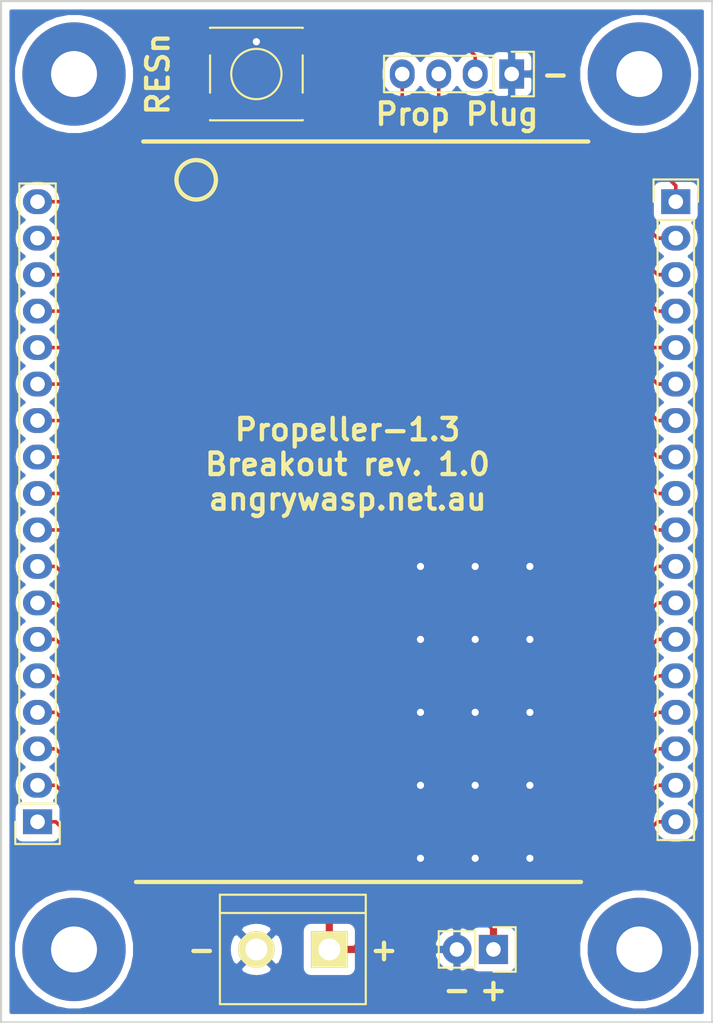
<source format=kicad_pcb>
(kicad_pcb (version 20171130) (host pcbnew "(5.1.12)-1")

  (general
    (thickness 1.6)
    (drawings 12)
    (tracks 121)
    (zones 0)
    (modules 26)
    (nets 41)
  )

  (page A4)
  (layers
    (0 F.Cu signal)
    (31 B.Cu signal)
    (32 B.Adhes user)
    (33 F.Adhes user)
    (34 B.Paste user)
    (35 F.Paste user)
    (36 B.SilkS user)
    (37 F.SilkS user)
    (38 B.Mask user)
    (39 F.Mask user)
    (40 Dwgs.User user)
    (41 Cmts.User user)
    (42 Eco1.User user)
    (43 Eco2.User user)
    (44 Edge.Cuts user)
    (45 Margin user)
    (46 B.CrtYd user)
    (47 F.CrtYd user)
    (48 B.Fab user)
    (49 F.Fab user)
  )

  (setup
    (last_trace_width 0.25)
    (trace_clearance 0.2)
    (zone_clearance 0.508)
    (zone_45_only no)
    (trace_min 0.2)
    (via_size 1)
    (via_drill 0.5)
    (via_min_size 0.4)
    (via_min_drill 0.3)
    (uvia_size 0.3)
    (uvia_drill 0.1)
    (uvias_allowed no)
    (uvia_min_size 0.2)
    (uvia_min_drill 0.1)
    (edge_width 0.15)
    (segment_width 0.2)
    (pcb_text_width 0.3)
    (pcb_text_size 1.5 1.5)
    (mod_edge_width 0.15)
    (mod_text_size 1 1)
    (mod_text_width 0.15)
    (pad_size 1 1)
    (pad_drill 0.5)
    (pad_to_mask_clearance 0.2)
    (aux_axis_origin 0 0)
    (visible_elements 7FFFFFFF)
    (pcbplotparams
      (layerselection 0x010f0_80000001)
      (usegerberextensions false)
      (usegerberattributes true)
      (usegerberadvancedattributes true)
      (creategerberjobfile true)
      (excludeedgelayer true)
      (linewidth 0.100000)
      (plotframeref false)
      (viasonmask false)
      (mode 1)
      (useauxorigin false)
      (hpglpennumber 1)
      (hpglpenspeed 20)
      (hpglpendiameter 15.000000)
      (psnegative false)
      (psa4output false)
      (plotreference true)
      (plotvalue true)
      (plotinvisibletext false)
      (padsonsilk false)
      (subtractmaskfromsilk false)
      (outputformat 1)
      (mirror false)
      (drillshape 0)
      (scaleselection 1)
      (outputdirectory "Gerber/"))
  )

  (net 0 "")
  (net 1 "Net-(P1-Pad1)")
  (net 2 "Net-(P1-Pad2)")
  (net 3 "Net-(P1-Pad3)")
  (net 4 "Net-(P1-Pad4)")
  (net 5 "Net-(P1-Pad5)")
  (net 6 "Net-(P1-Pad6)")
  (net 7 "Net-(P1-Pad7)")
  (net 8 "Net-(P1-Pad8)")
  (net 9 "Net-(P1-Pad9)")
  (net 10 "Net-(P1-Pad10)")
  (net 11 "Net-(P1-Pad11)")
  (net 12 "Net-(P1-Pad12)")
  (net 13 "Net-(P1-Pad13)")
  (net 14 "Net-(P1-Pad14)")
  (net 15 "Net-(P1-Pad15)")
  (net 16 "Net-(P1-Pad16)")
  (net 17 "Net-(P1-Pad17)")
  (net 18 "Net-(P1-Pad18)")
  (net 19 "Net-(P2-Pad1)")
  (net 20 GND)
  (net 21 RESn)
  (net 22 "Net-(P4-Pad3)")
  (net 23 "Net-(P4-Pad4)")
  (net 24 "Net-(P5-Pad1)")
  (net 25 "Net-(P5-Pad2)")
  (net 26 "Net-(P5-Pad5)")
  (net 27 "Net-(P5-Pad6)")
  (net 28 "Net-(P5-Pad7)")
  (net 29 "Net-(P5-Pad8)")
  (net 30 "Net-(P5-Pad9)")
  (net 31 "Net-(P5-Pad10)")
  (net 32 "Net-(P5-Pad11)")
  (net 33 "Net-(P5-Pad12)")
  (net 34 "Net-(P5-Pad13)")
  (net 35 "Net-(P5-Pad14)")
  (net 36 "Net-(P5-Pad15)")
  (net 37 "Net-(P5-Pad16)")
  (net 38 "Net-(U1-Pad1)")
  (net 39 "Net-(P5-Pad17)")
  (net 40 "Net-(P5-Pad18)")

  (net_class Default "This is the default net class."
    (clearance 0.2)
    (trace_width 0.25)
    (via_dia 1)
    (via_drill 0.5)
    (uvia_dia 0.3)
    (uvia_drill 0.1)
    (add_net "Net-(P1-Pad1)")
    (add_net "Net-(P1-Pad10)")
    (add_net "Net-(P1-Pad11)")
    (add_net "Net-(P1-Pad12)")
    (add_net "Net-(P1-Pad13)")
    (add_net "Net-(P1-Pad14)")
    (add_net "Net-(P1-Pad15)")
    (add_net "Net-(P1-Pad16)")
    (add_net "Net-(P1-Pad17)")
    (add_net "Net-(P1-Pad18)")
    (add_net "Net-(P1-Pad2)")
    (add_net "Net-(P1-Pad3)")
    (add_net "Net-(P1-Pad4)")
    (add_net "Net-(P1-Pad5)")
    (add_net "Net-(P1-Pad6)")
    (add_net "Net-(P1-Pad7)")
    (add_net "Net-(P1-Pad8)")
    (add_net "Net-(P1-Pad9)")
    (add_net "Net-(P4-Pad3)")
    (add_net "Net-(P4-Pad4)")
    (add_net "Net-(P5-Pad1)")
    (add_net "Net-(P5-Pad10)")
    (add_net "Net-(P5-Pad11)")
    (add_net "Net-(P5-Pad12)")
    (add_net "Net-(P5-Pad13)")
    (add_net "Net-(P5-Pad14)")
    (add_net "Net-(P5-Pad15)")
    (add_net "Net-(P5-Pad16)")
    (add_net "Net-(P5-Pad17)")
    (add_net "Net-(P5-Pad18)")
    (add_net "Net-(P5-Pad2)")
    (add_net "Net-(P5-Pad5)")
    (add_net "Net-(P5-Pad6)")
    (add_net "Net-(P5-Pad7)")
    (add_net "Net-(P5-Pad8)")
    (add_net "Net-(P5-Pad9)")
    (add_net "Net-(U1-Pad1)")
    (add_net RESn)
  )

  (net_class PWR ""
    (clearance 0.2)
    (trace_width 0.5)
    (via_dia 1)
    (via_drill 0.5)
    (uvia_dia 0.3)
    (uvia_drill 0.1)
    (add_net GND)
    (add_net "Net-(P2-Pad1)")
  )

  (module Angrywasp:Via-1.0mm (layer F.Cu) (tedit 58BB6D22) (tstamp 58BB6D5B)
    (at 152.4 119.38)
    (fp_text reference REF** (at 0 0.889) (layer F.SilkS) hide
      (effects (font (size 0.127 0.127) (thickness 0.03175)))
    )
    (fp_text value Via-1.0mm (at 0 -0.889) (layer F.Fab) hide
      (effects (font (size 0.127 0.127) (thickness 0.03175)))
    )
    (pad 1 thru_hole circle (at 0 0) (size 1 1) (drill 0.5) (layers *.Cu)
      (net 20 GND) (zone_connect 2))
  )

  (module Angrywasp:Via-1.0mm (layer F.Cu) (tedit 58BB6D22) (tstamp 58BB6D57)
    (at 156.21 119.38)
    (fp_text reference REF** (at 0 0.889) (layer F.SilkS) hide
      (effects (font (size 0.127 0.127) (thickness 0.03175)))
    )
    (fp_text value Via-1.0mm (at 0 -0.889) (layer F.Fab) hide
      (effects (font (size 0.127 0.127) (thickness 0.03175)))
    )
    (pad 1 thru_hole circle (at 0 0) (size 1 1) (drill 0.5) (layers *.Cu)
      (net 20 GND) (zone_connect 2))
  )

  (module Angrywasp:Via-1.0mm (layer F.Cu) (tedit 58BB6D22) (tstamp 58BB6D53)
    (at 156.21 124.46)
    (fp_text reference REF** (at 0 0.889) (layer F.SilkS) hide
      (effects (font (size 0.127 0.127) (thickness 0.03175)))
    )
    (fp_text value Via-1.0mm (at 0 -0.889) (layer F.Fab) hide
      (effects (font (size 0.127 0.127) (thickness 0.03175)))
    )
    (pad 1 thru_hole circle (at 0 0) (size 1 1) (drill 0.5) (layers *.Cu)
      (net 20 GND) (zone_connect 2))
  )

  (module Angrywasp:Via-1.0mm (layer F.Cu) (tedit 58BB6D22) (tstamp 58BB6D4F)
    (at 152.4 124.46)
    (fp_text reference REF** (at 0 0.889) (layer F.SilkS) hide
      (effects (font (size 0.127 0.127) (thickness 0.03175)))
    )
    (fp_text value Via-1.0mm (at 0 -0.889) (layer F.Fab) hide
      (effects (font (size 0.127 0.127) (thickness 0.03175)))
    )
    (pad 1 thru_hole circle (at 0 0) (size 1 1) (drill 0.5) (layers *.Cu)
      (net 20 GND) (zone_connect 2))
  )

  (module Angrywasp:Via-1.0mm (layer F.Cu) (tedit 58BB6D22) (tstamp 58BB6D4B)
    (at 152.4 129.54)
    (fp_text reference REF** (at 0 0.889) (layer F.SilkS) hide
      (effects (font (size 0.127 0.127) (thickness 0.03175)))
    )
    (fp_text value Via-1.0mm (at 0 -0.889) (layer F.Fab) hide
      (effects (font (size 0.127 0.127) (thickness 0.03175)))
    )
    (pad 1 thru_hole circle (at 0 0) (size 1 1) (drill 0.5) (layers *.Cu)
      (net 20 GND) (zone_connect 2))
  )

  (module Angrywasp:Via-1.0mm (layer F.Cu) (tedit 58BB6D22) (tstamp 58BB6D47)
    (at 156.21 129.54)
    (fp_text reference REF** (at 0 0.889) (layer F.SilkS) hide
      (effects (font (size 0.127 0.127) (thickness 0.03175)))
    )
    (fp_text value Via-1.0mm (at 0 -0.889) (layer F.Fab) hide
      (effects (font (size 0.127 0.127) (thickness 0.03175)))
    )
    (pad 1 thru_hole circle (at 0 0) (size 1 1) (drill 0.5) (layers *.Cu)
      (net 20 GND) (zone_connect 2))
  )

  (module Angrywasp:Via-1.0mm (layer F.Cu) (tedit 58BB6D22) (tstamp 58BB6D43)
    (at 160.02 129.54)
    (fp_text reference REF** (at 0 0.889) (layer F.SilkS) hide
      (effects (font (size 0.127 0.127) (thickness 0.03175)))
    )
    (fp_text value Via-1.0mm (at 0 -0.889) (layer F.Fab) hide
      (effects (font (size 0.127 0.127) (thickness 0.03175)))
    )
    (pad 1 thru_hole circle (at 0 0) (size 1 1) (drill 0.5) (layers *.Cu)
      (net 20 GND) (zone_connect 2))
  )

  (module Angrywasp:Via-1.0mm (layer F.Cu) (tedit 58BB6D22) (tstamp 58BB6D3F)
    (at 160.02 124.46)
    (fp_text reference REF** (at 0 0.889) (layer F.SilkS) hide
      (effects (font (size 0.127 0.127) (thickness 0.03175)))
    )
    (fp_text value Via-1.0mm (at 0 -0.889) (layer F.Fab) hide
      (effects (font (size 0.127 0.127) (thickness 0.03175)))
    )
    (pad 1 thru_hole circle (at 0 0) (size 1 1) (drill 0.5) (layers *.Cu)
      (net 20 GND) (zone_connect 2))
  )

  (module Angrywasp:Via-1.0mm (layer F.Cu) (tedit 58BB6D22) (tstamp 58BB6D3B)
    (at 160.02 119.38)
    (fp_text reference REF** (at 0 0.889) (layer F.SilkS) hide
      (effects (font (size 0.127 0.127) (thickness 0.03175)))
    )
    (fp_text value Via-1.0mm (at 0 -0.889) (layer F.Fab) hide
      (effects (font (size 0.127 0.127) (thickness 0.03175)))
    )
    (pad 1 thru_hole circle (at 0 0) (size 1 1) (drill 0.5) (layers *.Cu)
      (net 20 GND) (zone_connect 2))
  )

  (module Angrywasp:Via-1.0mm (layer F.Cu) (tedit 58BB6D22) (tstamp 58BB6D37)
    (at 160.02 114.3)
    (fp_text reference REF** (at 0 0.889) (layer F.SilkS) hide
      (effects (font (size 0.127 0.127) (thickness 0.03175)))
    )
    (fp_text value Via-1.0mm (at 0 -0.889) (layer F.Fab) hide
      (effects (font (size 0.127 0.127) (thickness 0.03175)))
    )
    (pad 1 thru_hole circle (at 0 0) (size 1 1) (drill 0.5) (layers *.Cu)
      (net 20 GND) (zone_connect 2))
  )

  (module Angrywasp:Via-1.0mm (layer F.Cu) (tedit 58BB6D22) (tstamp 58BB6D33)
    (at 156.21 114.3)
    (fp_text reference REF** (at 0 0.889) (layer F.SilkS) hide
      (effects (font (size 0.127 0.127) (thickness 0.03175)))
    )
    (fp_text value Via-1.0mm (at 0 -0.889) (layer F.Fab) hide
      (effects (font (size 0.127 0.127) (thickness 0.03175)))
    )
    (pad 1 thru_hole circle (at 0 0) (size 1 1) (drill 0.5) (layers *.Cu)
      (net 20 GND) (zone_connect 2))
  )

  (module Angrywasp:Via-1.0mm (layer F.Cu) (tedit 58BB6D22) (tstamp 58BB6D2F)
    (at 152.4 114.3)
    (fp_text reference REF** (at 0 0.889) (layer F.SilkS) hide
      (effects (font (size 0.127 0.127) (thickness 0.03175)))
    )
    (fp_text value Via-1.0mm (at 0 -0.889) (layer F.Fab) hide
      (effects (font (size 0.127 0.127) (thickness 0.03175)))
    )
    (pad 1 thru_hole circle (at 0 0) (size 1 1) (drill 0.5) (layers *.Cu)
      (net 20 GND) (zone_connect 2))
  )

  (module Angrywasp:Via-1.0mm (layer F.Cu) (tedit 58BB6D22) (tstamp 58BB6D2B)
    (at 152.4 109.22)
    (fp_text reference REF** (at 0 0.889) (layer F.SilkS) hide
      (effects (font (size 0.127 0.127) (thickness 0.03175)))
    )
    (fp_text value Via-1.0mm (at 0 -0.889) (layer F.Fab) hide
      (effects (font (size 0.127 0.127) (thickness 0.03175)))
    )
    (pad 1 thru_hole circle (at 0 0) (size 1 1) (drill 0.5) (layers *.Cu)
      (net 20 GND) (zone_connect 2))
  )

  (module Angrywasp:Via-1.0mm (layer F.Cu) (tedit 58BB6D22) (tstamp 58BB6D27)
    (at 156.21 109.22)
    (fp_text reference REF** (at 0 0.889) (layer F.SilkS) hide
      (effects (font (size 0.127 0.127) (thickness 0.03175)))
    )
    (fp_text value Via-1.0mm (at 0 -0.889) (layer F.Fab) hide
      (effects (font (size 0.127 0.127) (thickness 0.03175)))
    )
    (pad 1 thru_hole circle (at 0 0) (size 1 1) (drill 0.5) (layers *.Cu)
      (net 20 GND) (zone_connect 2))
  )

  (module Angrywasp:MountingHole-3mm (layer F.Cu) (tedit 58BB6994) (tstamp 58BB69AE)
    (at 128.27 135.89)
    (fp_text reference REF** (at 0 4.99618) (layer F.SilkS) hide
      (effects (font (size 1 1) (thickness 0.15)))
    )
    (fp_text value MountingHole-3mm (at -0.05588 -4.5593) (layer F.Fab) hide
      (effects (font (size 1 1) (thickness 0.15)))
    )
    (pad 1 thru_hole circle (at 0 0) (size 7.2 7.2) (drill 3.2) (layers *.Cu *.Mask))
  )

  (module Angrywasp:MountingHole-3mm (layer F.Cu) (tedit 58BB6994) (tstamp 58BB69A3)
    (at 167.64 135.89)
    (fp_text reference REF** (at 0 4.99618) (layer F.SilkS) hide
      (effects (font (size 1 1) (thickness 0.15)))
    )
    (fp_text value MountingHole-3mm (at -0.05588 -4.5593) (layer F.Fab) hide
      (effects (font (size 1 1) (thickness 0.15)))
    )
    (pad 1 thru_hole circle (at 0 0) (size 7.2 7.2) (drill 3.2) (layers *.Cu *.Mask))
  )

  (module Angrywasp:MountingHole-3mm (layer F.Cu) (tedit 58BB6994) (tstamp 58BB6998)
    (at 128.27 74.93)
    (fp_text reference REF** (at 0 4.99618) (layer F.SilkS) hide
      (effects (font (size 1 1) (thickness 0.15)))
    )
    (fp_text value MountingHole-3mm (at -0.05588 -4.5593) (layer F.Fab) hide
      (effects (font (size 1 1) (thickness 0.15)))
    )
    (pad 1 thru_hole circle (at 0 0) (size 7.2 7.2) (drill 3.2) (layers *.Cu *.Mask))
  )

  (module Angrywasp:Prop-1.2 (layer F.Cu) (tedit 58BB5A13) (tstamp 58BB63D7)
    (at 147.32 105.283)
    (path /58BB4DE8)
    (fp_text reference U1 (at 4.826 -4.826) (layer F.SilkS) hide
      (effects (font (size 1 1) (thickness 0.15)))
    )
    (fp_text value Prop-1.2 (at 4.572 -6.477) (layer F.Fab) hide
      (effects (font (size 1 1) (thickness 0.15)))
    )
    (fp_circle (center -10.541 -22.987) (end -9.398 -22.225) (layer F.SilkS) (width 0.3))
    (fp_line (start -14.732 25.908) (end 16.256 25.908) (layer F.SilkS) (width 0.3))
    (fp_line (start -14.224 -25.654) (end 16.764 -25.654) (layer F.SilkS) (width 0.3))
    (pad 1 smd rect (at -14.351 -24.003 90) (size 2.032 3.048) (layers F.Cu F.Paste F.Mask)
      (net 38 "Net-(U1-Pad1)"))
    (pad 2 smd rect (at -14.351 -21.463 90) (size 2.032 3.048) (layers F.Cu F.Paste F.Mask)
      (net 18 "Net-(P1-Pad18)"))
    (pad 3 smd rect (at -14.351 -18.923 90) (size 2.032 3.048) (layers F.Cu F.Paste F.Mask)
      (net 17 "Net-(P1-Pad17)"))
    (pad 4 smd rect (at -14.351 -16.383 90) (size 2.032 3.048) (layers F.Cu F.Paste F.Mask)
      (net 16 "Net-(P1-Pad16)"))
    (pad 5 smd rect (at -14.351 -13.843 90) (size 2.032 3.048) (layers F.Cu F.Paste F.Mask)
      (net 15 "Net-(P1-Pad15)"))
    (pad 6 smd rect (at -14.351 -11.303 90) (size 2.032 3.048) (layers F.Cu F.Paste F.Mask)
      (net 14 "Net-(P1-Pad14)"))
    (pad 7 smd rect (at -14.351 -8.763 90) (size 2.032 3.048) (layers F.Cu F.Paste F.Mask)
      (net 13 "Net-(P1-Pad13)"))
    (pad 8 smd rect (at -14.351 -6.223 90) (size 2.032 3.048) (layers F.Cu F.Paste F.Mask)
      (net 12 "Net-(P1-Pad12)"))
    (pad 9 smd rect (at -14.351 -3.683 90) (size 2.032 3.048) (layers F.Cu F.Paste F.Mask)
      (net 11 "Net-(P1-Pad11)"))
    (pad 10 smd rect (at -14.351 -1.143 90) (size 2.032 3.048) (layers F.Cu F.Paste F.Mask)
      (net 10 "Net-(P1-Pad10)"))
    (pad 11 smd rect (at -14.351 1.397 90) (size 2.032 3.048) (layers F.Cu F.Paste F.Mask)
      (net 9 "Net-(P1-Pad9)"))
    (pad 12 smd rect (at -14.351 3.937 90) (size 2.032 3.048) (layers F.Cu F.Paste F.Mask)
      (net 21 RESn))
    (pad 13 smd rect (at -14.351 6.477 90) (size 2.032 3.048) (layers F.Cu F.Paste F.Mask)
      (net 8 "Net-(P1-Pad8)"))
    (pad 14 smd rect (at -14.351 9.017 90) (size 2.032 3.048) (layers F.Cu F.Paste F.Mask)
      (net 7 "Net-(P1-Pad7)"))
    (pad 15 smd rect (at -14.351 11.557 90) (size 2.032 3.048) (layers F.Cu F.Paste F.Mask)
      (net 6 "Net-(P1-Pad6)"))
    (pad 16 smd rect (at -14.351 14.097 90) (size 2.032 3.048) (layers F.Cu F.Paste F.Mask)
      (net 5 "Net-(P1-Pad5)"))
    (pad 35 smd rect (at 16.1351 -11.303 90) (size 2.032 3.048) (layers F.Cu F.Paste F.Mask)
      (net 27 "Net-(P5-Pad6)"))
    (pad 32 smd rect (at 16.1351 -3.683 90) (size 2.032 3.048) (layers F.Cu F.Paste F.Mask)
      (net 30 "Net-(P5-Pad9)"))
    (pad 36 smd rect (at 16.1351 -13.843 90) (size 2.032 3.048) (layers F.Cu F.Paste F.Mask)
      (net 26 "Net-(P5-Pad5)"))
    (pad 33 smd rect (at 16.1351 -6.223 90) (size 2.032 3.048) (layers F.Cu F.Paste F.Mask)
      (net 29 "Net-(P5-Pad8)"))
    (pad 31 smd rect (at 16.1351 -1.143 90) (size 2.032 3.048) (layers F.Cu F.Paste F.Mask)
      (net 31 "Net-(P5-Pad10)"))
    (pad 34 smd rect (at 16.1351 -8.763 90) (size 2.032 3.048) (layers F.Cu F.Paste F.Mask)
      (net 28 "Net-(P5-Pad7)"))
    (pad 30 smd rect (at 16.1351 1.397 90) (size 2.032 3.048) (layers F.Cu F.Paste F.Mask)
      (net 19 "Net-(P2-Pad1)"))
    (pad 29 smd rect (at 16.1351 3.937 90) (size 2.032 3.048) (layers F.Cu F.Paste F.Mask)
      (net 20 GND))
    (pad 21 smd rect (at 16.1351 24.26 90) (size 2.032 3.048) (layers F.Cu F.Paste F.Mask)
      (net 40 "Net-(P5-Pad18)"))
    (pad 26 smd rect (at 16.1351 11.557 90) (size 2.032 3.048) (layers F.Cu F.Paste F.Mask)
      (net 34 "Net-(P5-Pad13)"))
    (pad 27 smd rect (at 16.1351 9.017 90) (size 2.032 3.048) (layers F.Cu F.Paste F.Mask)
      (net 33 "Net-(P5-Pad12)"))
    (pad 24 smd rect (at 16.1351 16.637 90) (size 2.032 3.048) (layers F.Cu F.Paste F.Mask)
      (net 36 "Net-(P5-Pad15)"))
    (pad 28 smd rect (at 16.1351 6.477 90) (size 2.032 3.048) (layers F.Cu F.Paste F.Mask)
      (net 32 "Net-(P5-Pad11)"))
    (pad 22 smd rect (at 16.1351 21.72 90) (size 2.032 3.048) (layers F.Cu F.Paste F.Mask)
      (net 39 "Net-(P5-Pad17)"))
    (pad 23 smd rect (at 16.1351 19.177 90) (size 2.032 3.048) (layers F.Cu F.Paste F.Mask)
      (net 37 "Net-(P5-Pad16)"))
    (pad 25 smd rect (at 16.1351 14.097 90) (size 2.032 3.048) (layers F.Cu F.Paste F.Mask)
      (net 35 "Net-(P5-Pad14)"))
    (pad 40 smd rect (at 16.1351 -24.003 270) (size 2.032 3.048) (layers F.Cu F.Paste F.Mask)
      (net 24 "Net-(P5-Pad1)"))
    (pad 39 smd rect (at 16.1351 -21.463 270) (size 2.032 3.048) (layers F.Cu F.Paste F.Mask)
      (net 25 "Net-(P5-Pad2)"))
    (pad 38 smd rect (at 16.1351 -18.923 270) (size 2.032 3.048) (layers F.Cu F.Paste F.Mask)
      (net 22 "Net-(P4-Pad3)"))
    (pad 37 smd rect (at 16.1351 -16.383 270) (size 2.032 3.048) (layers F.Cu F.Paste F.Mask)
      (net 23 "Net-(P4-Pad4)"))
    (pad 19 smd rect (at -14.351 21.72 270) (size 2.032 3.048) (layers F.Cu F.Paste F.Mask)
      (net 2 "Net-(P1-Pad2)"))
    (pad 17 smd rect (at -14.351 16.637 270) (size 2.032 3.048) (layers F.Cu F.Paste F.Mask)
      (net 4 "Net-(P1-Pad4)"))
    (pad 18 smd rect (at -14.351 19.177 270) (size 2.032 3.048) (layers F.Cu F.Paste F.Mask)
      (net 3 "Net-(P1-Pad3)"))
    (pad 20 smd rect (at -14.351 24.26 270) (size 2.032 3.048) (layers F.Cu F.Paste F.Mask)
      (net 1 "Net-(P1-Pad1)"))
  )

  (module Pin_Headers:Pin_Header_Straight_1x18 (layer F.Cu) (tedit 58BB5A1C) (tstamp 58BB6366)
    (at 125.73 127 180)
    (descr "Through hole pin header")
    (tags "pin header")
    (path /58BB7A98)
    (fp_text reference P1 (at 0 -5.1 180) (layer F.SilkS) hide
      (effects (font (size 1 1) (thickness 0.15)))
    )
    (fp_text value CONN_01X18 (at 0 -3.1 180) (layer F.Fab) hide
      (effects (font (size 1 1) (thickness 0.15)))
    )
    (fp_line (start -1.55 -1.55) (end 1.55 -1.55) (layer F.SilkS) (width 0.15))
    (fp_line (start -1.55 0) (end -1.55 -1.55) (layer F.SilkS) (width 0.15))
    (fp_line (start 1.27 1.27) (end -1.27 1.27) (layer F.SilkS) (width 0.15))
    (fp_line (start 1.55 -1.55) (end 1.55 0) (layer F.SilkS) (width 0.15))
    (fp_line (start -1.27 44.45) (end -1.27 1.27) (layer F.SilkS) (width 0.15))
    (fp_line (start 1.27 44.45) (end -1.27 44.45) (layer F.SilkS) (width 0.15))
    (fp_line (start 1.27 1.27) (end 1.27 44.45) (layer F.SilkS) (width 0.15))
    (fp_line (start -1.75 44.95) (end 1.75 44.95) (layer F.CrtYd) (width 0.05))
    (fp_line (start -1.75 -1.75) (end 1.75 -1.75) (layer F.CrtYd) (width 0.05))
    (fp_line (start 1.75 -1.75) (end 1.75 44.95) (layer F.CrtYd) (width 0.05))
    (fp_line (start -1.75 -1.75) (end -1.75 44.95) (layer F.CrtYd) (width 0.05))
    (pad 1 thru_hole rect (at 0 0 180) (size 2.032 1.7272) (drill 1.016) (layers *.Cu *.Mask)
      (net 1 "Net-(P1-Pad1)"))
    (pad 2 thru_hole oval (at 0 2.54 180) (size 2.032 1.7272) (drill 1.016) (layers *.Cu *.Mask)
      (net 2 "Net-(P1-Pad2)"))
    (pad 3 thru_hole oval (at 0 5.08 180) (size 2.032 1.7272) (drill 1.016) (layers *.Cu *.Mask)
      (net 3 "Net-(P1-Pad3)"))
    (pad 4 thru_hole oval (at 0 7.62 180) (size 2.032 1.7272) (drill 1.016) (layers *.Cu *.Mask)
      (net 4 "Net-(P1-Pad4)"))
    (pad 5 thru_hole oval (at 0 10.16 180) (size 2.032 1.7272) (drill 1.016) (layers *.Cu *.Mask)
      (net 5 "Net-(P1-Pad5)"))
    (pad 6 thru_hole oval (at 0 12.7 180) (size 2.032 1.7272) (drill 1.016) (layers *.Cu *.Mask)
      (net 6 "Net-(P1-Pad6)"))
    (pad 7 thru_hole oval (at 0 15.24 180) (size 2.032 1.7272) (drill 1.016) (layers *.Cu *.Mask)
      (net 7 "Net-(P1-Pad7)"))
    (pad 8 thru_hole oval (at 0 17.78 180) (size 2.032 1.7272) (drill 1.016) (layers *.Cu *.Mask)
      (net 8 "Net-(P1-Pad8)"))
    (pad 9 thru_hole oval (at 0 20.32 180) (size 2.032 1.7272) (drill 1.016) (layers *.Cu *.Mask)
      (net 9 "Net-(P1-Pad9)"))
    (pad 10 thru_hole oval (at 0 22.86 180) (size 2.032 1.7272) (drill 1.016) (layers *.Cu *.Mask)
      (net 10 "Net-(P1-Pad10)"))
    (pad 11 thru_hole oval (at 0 25.4 180) (size 2.032 1.7272) (drill 1.016) (layers *.Cu *.Mask)
      (net 11 "Net-(P1-Pad11)"))
    (pad 12 thru_hole oval (at 0 27.94 180) (size 2.032 1.7272) (drill 1.016) (layers *.Cu *.Mask)
      (net 12 "Net-(P1-Pad12)"))
    (pad 13 thru_hole oval (at 0 30.48 180) (size 2.032 1.7272) (drill 1.016) (layers *.Cu *.Mask)
      (net 13 "Net-(P1-Pad13)"))
    (pad 14 thru_hole oval (at 0 33.02 180) (size 2.032 1.7272) (drill 1.016) (layers *.Cu *.Mask)
      (net 14 "Net-(P1-Pad14)"))
    (pad 15 thru_hole oval (at 0 35.56 180) (size 2.032 1.7272) (drill 1.016) (layers *.Cu *.Mask)
      (net 15 "Net-(P1-Pad15)"))
    (pad 16 thru_hole oval (at 0 38.1 180) (size 2.032 1.7272) (drill 1.016) (layers *.Cu *.Mask)
      (net 16 "Net-(P1-Pad16)"))
    (pad 17 thru_hole oval (at 0 40.64 180) (size 2.032 1.7272) (drill 1.016) (layers *.Cu *.Mask)
      (net 17 "Net-(P1-Pad17)"))
    (pad 18 thru_hole oval (at 0 43.18 180) (size 2.032 1.7272) (drill 1.016) (layers *.Cu *.Mask)
      (net 18 "Net-(P1-Pad18)"))
    (model Pin_Headers.3dshapes/Pin_Header_Straight_1x18.wrl
      (offset (xyz 0 -21.58999967575073 0))
      (scale (xyz 1 1 1))
      (rotate (xyz 0 0 90))
    )
  )

  (module Pin_Headers:Pin_Header_Straight_1x02 (layer F.Cu) (tedit 58BB6606) (tstamp 58BB636C)
    (at 157.48 135.89 270)
    (descr "Through hole pin header")
    (tags "pin header")
    (path /58BB58DB)
    (fp_text reference P2 (at 0 -5.1 270) (layer F.SilkS) hide
      (effects (font (size 1 1) (thickness 0.15)))
    )
    (fp_text value CONN_01X02 (at 0 -3.1 270) (layer F.Fab) hide
      (effects (font (size 1 1) (thickness 0.15)))
    )
    (fp_line (start -1.27 3.81) (end 1.27 3.81) (layer F.SilkS) (width 0.15))
    (fp_line (start -1.27 1.27) (end -1.27 3.81) (layer F.SilkS) (width 0.15))
    (fp_line (start -1.55 -1.55) (end 1.55 -1.55) (layer F.SilkS) (width 0.15))
    (fp_line (start -1.55 0) (end -1.55 -1.55) (layer F.SilkS) (width 0.15))
    (fp_line (start 1.27 1.27) (end -1.27 1.27) (layer F.SilkS) (width 0.15))
    (fp_line (start -1.75 4.3) (end 1.75 4.3) (layer F.CrtYd) (width 0.05))
    (fp_line (start -1.75 -1.75) (end 1.75 -1.75) (layer F.CrtYd) (width 0.05))
    (fp_line (start 1.75 -1.75) (end 1.75 4.3) (layer F.CrtYd) (width 0.05))
    (fp_line (start -1.75 -1.75) (end -1.75 4.3) (layer F.CrtYd) (width 0.05))
    (fp_line (start 1.55 -1.55) (end 1.55 0) (layer F.SilkS) (width 0.15))
    (fp_line (start 1.27 1.27) (end 1.27 3.81) (layer F.SilkS) (width 0.15))
    (pad 1 thru_hole rect (at 0 0 270) (size 2.032 2.032) (drill 1.016) (layers *.Cu *.Mask)
      (net 19 "Net-(P2-Pad1)"))
    (pad 2 thru_hole oval (at 0 2.54 270) (size 2.032 2.032) (drill 1.016) (layers *.Cu *.Mask)
      (net 20 GND))
    (model Pin_Headers.3dshapes/Pin_Header_Straight_1x02.wrl
      (offset (xyz 0 -1.269999980926514 0))
      (scale (xyz 1 1 1))
      (rotate (xyz 0 0 90))
    )
  )

  (module Angrywasp:SW_SPST (layer F.Cu) (tedit 58BB5A09) (tstamp 58BB63A8)
    (at 140.97 74.93)
    (descr "C&K Components SPST SMD PTS645 Series 6mm Tact Switch")
    (tags "SPST Button Switch")
    (path /58BB528C)
    (attr smd)
    (fp_text reference SW1 (at 0 -4.05) (layer F.SilkS) hide
      (effects (font (size 1 1) (thickness 0.15)))
    )
    (fp_text value SW_PUSH (at 0 4.15) (layer F.Fab) hide
      (effects (font (size 1 1) (thickness 0.15)))
    )
    (fp_line (start -3.225 3.225) (end 3.225 3.225) (layer F.SilkS) (width 0.15))
    (fp_line (start -3.225 -1.3) (end -3.225 1.3) (layer F.SilkS) (width 0.15))
    (fp_line (start -3.225 -3.225) (end 3.225 -3.225) (layer F.SilkS) (width 0.15))
    (fp_line (start 3.225 -1.3) (end 3.225 1.3) (layer F.SilkS) (width 0.15))
    (fp_line (start -3.225 -3.2) (end -3.225 -3.225) (layer F.SilkS) (width 0.15))
    (fp_line (start -3.225 3.225) (end -3.225 3.2) (layer F.SilkS) (width 0.15))
    (fp_line (start 3.225 3.225) (end 3.225 3.2) (layer F.SilkS) (width 0.15))
    (fp_line (start 3.225 -3.225) (end 3.225 -3.2) (layer F.SilkS) (width 0.15))
    (fp_line (start -5.05 -3.4) (end 5.05 -3.4) (layer F.CrtYd) (width 0.05))
    (fp_line (start -5.05 3.4) (end 5.05 3.4) (layer F.CrtYd) (width 0.05))
    (fp_line (start -5.05 -3.4) (end -5.05 3.4) (layer F.CrtYd) (width 0.05))
    (fp_line (start 5.05 3.4) (end 5.05 -3.4) (layer F.CrtYd) (width 0.05))
    (fp_circle (center 0 0) (end 1.75 -0.05) (layer F.SilkS) (width 0.15))
    (pad 2 smd rect (at -3.975 2.25) (size 1.55 1.3) (layers F.Cu F.Paste F.Mask)
      (net 21 RESn))
    (pad 1 smd rect (at -3.975 -2.25) (size 1.55 1.3) (layers F.Cu F.Paste F.Mask)
      (net 20 GND))
    (pad 1 smd rect (at 3.975 -2.25) (size 1.55 1.3) (layers F.Cu F.Paste F.Mask)
      (net 20 GND))
    (pad 2 smd rect (at 3.975 2.25) (size 1.55 1.3) (layers F.Cu F.Paste F.Mask)
      (net 21 RESn))
    (model Buttons_Switches_SMD.3dshapes/SW_SPST_PTS645.wrl
      (at (xyz 0 0 0))
      (scale (xyz 1 1 1))
      (rotate (xyz 0 0 0))
    )
  )

  (module Pin_Headers:Pin_Header_Straight_1x18 (layer F.Cu) (tedit 58BB6938) (tstamp 58BB6743)
    (at 170.18 83.82)
    (descr "Through hole pin header")
    (tags "pin header")
    (path /58BB6AF0)
    (fp_text reference P5 (at 0 -5.1) (layer F.SilkS) hide
      (effects (font (size 1 1) (thickness 0.15)))
    )
    (fp_text value CONN_01X18 (at 0 -3.1) (layer F.Fab) hide
      (effects (font (size 1 1) (thickness 0.15)))
    )
    (fp_line (start -1.55 -1.55) (end 1.55 -1.55) (layer F.SilkS) (width 0.15))
    (fp_line (start -1.55 0) (end -1.55 -1.55) (layer F.SilkS) (width 0.15))
    (fp_line (start 1.27 1.27) (end -1.27 1.27) (layer F.SilkS) (width 0.15))
    (fp_line (start 1.55 -1.55) (end 1.55 0) (layer F.SilkS) (width 0.15))
    (fp_line (start -1.27 44.45) (end -1.27 1.27) (layer F.SilkS) (width 0.15))
    (fp_line (start 1.27 44.45) (end -1.27 44.45) (layer F.SilkS) (width 0.15))
    (fp_line (start 1.27 1.27) (end 1.27 44.45) (layer F.SilkS) (width 0.15))
    (fp_line (start -1.75 44.95) (end 1.75 44.95) (layer F.CrtYd) (width 0.05))
    (fp_line (start -1.75 -1.75) (end 1.75 -1.75) (layer F.CrtYd) (width 0.05))
    (fp_line (start 1.75 -1.75) (end 1.75 44.95) (layer F.CrtYd) (width 0.05))
    (fp_line (start -1.75 -1.75) (end -1.75 44.95) (layer F.CrtYd) (width 0.05))
    (pad 1 thru_hole rect (at 0 0) (size 2.032 1.7272) (drill 1.016) (layers *.Cu *.Mask)
      (net 24 "Net-(P5-Pad1)"))
    (pad 2 thru_hole oval (at 0 2.54) (size 2.032 1.7272) (drill 1.016) (layers *.Cu *.Mask)
      (net 25 "Net-(P5-Pad2)"))
    (pad 3 thru_hole oval (at 0 5.08) (size 2.032 1.7272) (drill 1.016) (layers *.Cu *.Mask)
      (net 22 "Net-(P4-Pad3)"))
    (pad 4 thru_hole oval (at 0 7.62) (size 2.032 1.7272) (drill 1.016) (layers *.Cu *.Mask)
      (net 23 "Net-(P4-Pad4)"))
    (pad 5 thru_hole oval (at 0 10.16) (size 2.032 1.7272) (drill 1.016) (layers *.Cu *.Mask)
      (net 26 "Net-(P5-Pad5)"))
    (pad 6 thru_hole oval (at 0 12.7) (size 2.032 1.7272) (drill 1.016) (layers *.Cu *.Mask)
      (net 27 "Net-(P5-Pad6)"))
    (pad 7 thru_hole oval (at 0 15.24) (size 2.032 1.7272) (drill 1.016) (layers *.Cu *.Mask)
      (net 28 "Net-(P5-Pad7)"))
    (pad 8 thru_hole oval (at 0 17.78) (size 2.032 1.7272) (drill 1.016) (layers *.Cu *.Mask)
      (net 29 "Net-(P5-Pad8)"))
    (pad 9 thru_hole oval (at 0 20.32) (size 2.032 1.7272) (drill 1.016) (layers *.Cu *.Mask)
      (net 30 "Net-(P5-Pad9)"))
    (pad 10 thru_hole oval (at 0 22.86) (size 2.032 1.7272) (drill 1.016) (layers *.Cu *.Mask)
      (net 31 "Net-(P5-Pad10)"))
    (pad 11 thru_hole oval (at 0 25.4) (size 2.032 1.7272) (drill 1.016) (layers *.Cu *.Mask)
      (net 32 "Net-(P5-Pad11)"))
    (pad 12 thru_hole oval (at 0 27.94) (size 2.032 1.7272) (drill 1.016) (layers *.Cu *.Mask)
      (net 33 "Net-(P5-Pad12)"))
    (pad 13 thru_hole oval (at 0 30.48) (size 2.032 1.7272) (drill 1.016) (layers *.Cu *.Mask)
      (net 34 "Net-(P5-Pad13)"))
    (pad 14 thru_hole oval (at 0 33.02) (size 2.032 1.7272) (drill 1.016) (layers *.Cu *.Mask)
      (net 35 "Net-(P5-Pad14)"))
    (pad 15 thru_hole oval (at 0 35.56) (size 2.032 1.7272) (drill 1.016) (layers *.Cu *.Mask)
      (net 36 "Net-(P5-Pad15)"))
    (pad 16 thru_hole oval (at 0 38.1) (size 2.032 1.7272) (drill 1.016) (layers *.Cu *.Mask)
      (net 37 "Net-(P5-Pad16)"))
    (pad 17 thru_hole oval (at 0 40.64) (size 2.032 1.7272) (drill 1.016) (layers *.Cu *.Mask)
      (net 39 "Net-(P5-Pad17)"))
    (pad 18 thru_hole oval (at 0 43.18) (size 2.032 1.7272) (drill 1.016) (layers *.Cu *.Mask)
      (net 40 "Net-(P5-Pad18)"))
    (model Pin_Headers.3dshapes/Pin_Header_Straight_1x18.wrl
      (offset (xyz 0 -21.58999967575073 0))
      (scale (xyz 1 1 1))
      (rotate (xyz 0 0 90))
    )
  )

  (module Angrywasp:MountingHole-3mm (layer F.Cu) (tedit 58BB6994) (tstamp 58BB6983)
    (at 167.64 74.93)
    (fp_text reference REF** (at 0 4.99618) (layer F.SilkS) hide
      (effects (font (size 1 1) (thickness 0.15)))
    )
    (fp_text value MountingHole-3mm (at -0.05588 -4.5593) (layer F.Fab) hide
      (effects (font (size 1 1) (thickness 0.15)))
    )
    (pad 1 thru_hole circle (at 0 0) (size 7.2 7.2) (drill 3.2) (layers *.Cu *.Mask))
  )

  (module Angrywasp:bornier2 (layer F.Cu) (tedit 58BB6A6A) (tstamp 58BB6A53)
    (at 143.51 135.89 180)
    (descr "Bornier d'alimentation 2 pins")
    (tags DEV)
    (path /58BB5674)
    (fp_text reference P3 (at 0 -5.08 180) (layer F.SilkS) hide
      (effects (font (size 1 1) (thickness 0.15)))
    )
    (fp_text value CONN_01X02 (at 0 5.08 180) (layer F.Fab) hide
      (effects (font (size 1 1) (thickness 0.15)))
    )
    (fp_line (start -5.08 3.81) (end 5.08 3.81) (layer F.SilkS) (width 0.15))
    (fp_line (start -5.08 -3.81) (end -5.08 3.81) (layer F.SilkS) (width 0.15))
    (fp_line (start 5.08 -3.81) (end -5.08 -3.81) (layer F.SilkS) (width 0.15))
    (fp_line (start 5.08 3.81) (end 5.08 -3.81) (layer F.SilkS) (width 0.15))
    (fp_line (start 5.08 2.54) (end -5.08 2.54) (layer F.SilkS) (width 0.15))
    (pad 1 thru_hole rect (at -2.54 0 180) (size 2.54 2.54) (drill 1.524) (layers *.Cu *.Mask F.SilkS)
      (net 19 "Net-(P2-Pad1)"))
    (pad 2 thru_hole circle (at 2.54 0 180) (size 2.54 2.54) (drill 1.524) (layers *.Cu *.Mask F.SilkS)
      (net 20 GND))
    (model Connect.3dshapes/bornier2.wrl
      (at (xyz 0 0 0))
      (scale (xyz 1 1 1))
      (rotate (xyz 0 0 0))
    )
  )

  (module Pin_Headers:Pin_Header_Straight_1x04 (layer F.Cu) (tedit 58BB6BC1) (tstamp 58BB6BD8)
    (at 158.75 74.93 270)
    (descr "Through hole pin header")
    (tags "pin header")
    (path /58BB5A41)
    (fp_text reference P4 (at 0 -5.1 270) (layer F.SilkS) hide
      (effects (font (size 1 1) (thickness 0.15)))
    )
    (fp_text value PROP_PLUG (at 0 -3.1 270) (layer F.Fab) hide
      (effects (font (size 1 1) (thickness 0.15)))
    )
    (fp_line (start -1.55 -1.55) (end 1.55 -1.55) (layer F.SilkS) (width 0.15))
    (fp_line (start -1.55 0) (end -1.55 -1.55) (layer F.SilkS) (width 0.15))
    (fp_line (start 1.27 1.27) (end -1.27 1.27) (layer F.SilkS) (width 0.15))
    (fp_line (start -1.27 8.89) (end 1.27 8.89) (layer F.SilkS) (width 0.15))
    (fp_line (start 1.55 -1.55) (end 1.55 0) (layer F.SilkS) (width 0.15))
    (fp_line (start 1.27 1.27) (end 1.27 8.89) (layer F.SilkS) (width 0.15))
    (fp_line (start -1.27 1.27) (end -1.27 8.89) (layer F.SilkS) (width 0.15))
    (fp_line (start -1.75 9.4) (end 1.75 9.4) (layer F.CrtYd) (width 0.05))
    (fp_line (start -1.75 -1.75) (end 1.75 -1.75) (layer F.CrtYd) (width 0.05))
    (fp_line (start 1.75 -1.75) (end 1.75 9.4) (layer F.CrtYd) (width 0.05))
    (fp_line (start -1.75 -1.75) (end -1.75 9.4) (layer F.CrtYd) (width 0.05))
    (pad 1 thru_hole rect (at 0 0 270) (size 2.032 1.7272) (drill 1.016) (layers *.Cu *.Mask)
      (net 20 GND))
    (pad 2 thru_hole oval (at 0 2.54 270) (size 2.032 1.7272) (drill 1.016) (layers *.Cu *.Mask)
      (net 21 RESn))
    (pad 3 thru_hole oval (at 0 5.08 270) (size 2.032 1.7272) (drill 1.016) (layers *.Cu *.Mask)
      (net 22 "Net-(P4-Pad3)"))
    (pad 4 thru_hole oval (at 0 7.62 270) (size 2.032 1.7272) (drill 1.016) (layers *.Cu *.Mask)
      (net 23 "Net-(P4-Pad4)"))
    (model Pin_Headers.3dshapes/Pin_Header_Straight_1x04.wrl
      (offset (xyz 0 -3.809999942779541 0))
      (scale (xyz 1 1 1))
      (rotate (xyz 0 0 90))
    )
  )

  (module Angrywasp:Via-1.0mm (layer F.Cu) (tedit 58BB6D22) (tstamp 58BB6D02)
    (at 160.02 109.22)
    (fp_text reference REF** (at 0 0.889) (layer F.SilkS) hide
      (effects (font (size 0.127 0.127) (thickness 0.03175)))
    )
    (fp_text value Via-1.0mm (at 0 -0.889) (layer F.Fab) hide
      (effects (font (size 0.127 0.127) (thickness 0.03175)))
    )
    (pad 1 thru_hole circle (at 0 0) (size 1 1) (drill 0.5) (layers *.Cu)
      (net 20 GND) (zone_connect 2))
  )

  (gr_line (start 123.19 69.85) (end 172.72 69.85) (layer Edge.Cuts) (width 0.15))
  (gr_line (start 123.19 140.97) (end 123.19 69.85) (layer Edge.Cuts) (width 0.15))
  (gr_line (start 172.72 140.97) (end 123.19 140.97) (layer Edge.Cuts) (width 0.15))
  (gr_line (start 172.72 69.85) (end 172.72 140.97) (layer Edge.Cuts) (width 0.15))
  (gr_text "Propeller-1.3\nBreakout rev. 1.0\nangrywasp.net.au" (at 147.32 102.108) (layer F.SilkS)
    (effects (font (size 1.5 1.5) (thickness 0.3)))
  )
  (gr_text RESn (at 134.112 74.93 90) (layer F.SilkS)
    (effects (font (size 1.5 1.5) (thickness 0.3)))
  )
  (gr_text "Prop Plug" (at 154.94 77.724) (layer F.SilkS)
    (effects (font (size 1.5 1.5) (thickness 0.3)))
  )
  (gr_text - (at 161.798 74.93) (layer F.SilkS) (tstamp 58BB6C0D)
    (effects (font (size 1.5 1.5) (thickness 0.3)))
  )
  (gr_text + (at 157.48 138.684) (layer F.SilkS) (tstamp 58BB6BFC)
    (effects (font (size 1.5 1.5) (thickness 0.3)))
  )
  (gr_text - (at 154.94 138.684) (layer F.SilkS) (tstamp 58BB6BF5)
    (effects (font (size 1.5 1.5) (thickness 0.3)))
  )
  (gr_text + (at 149.86 135.89) (layer F.SilkS)
    (effects (font (size 1.5 1.5) (thickness 0.3)))
  )
  (gr_text - (at 137.16 135.89) (layer F.SilkS)
    (effects (font (size 1.5 1.5) (thickness 0.3)))
  )

  (segment (start 127 127) (end 129.543 129.543) (width 0.25) (layer F.Cu) (net 1))
  (segment (start 129.543 129.543) (end 132.969 129.543) (width 0.25) (layer F.Cu) (net 1))
  (segment (start 125.73 127) (end 127 127) (width 0.25) (layer F.Cu) (net 1))
  (segment (start 127 124.46) (end 129.543 127.003) (width 0.25) (layer F.Cu) (net 2))
  (segment (start 129.543 127.003) (end 132.969 127.003) (width 0.25) (layer F.Cu) (net 2))
  (segment (start 125.73 124.46) (end 127 124.46) (width 0.25) (layer F.Cu) (net 2))
  (segment (start 127 121.92) (end 129.54 124.46) (width 0.25) (layer F.Cu) (net 3))
  (segment (start 129.54 124.46) (end 132.969 124.46) (width 0.25) (layer F.Cu) (net 3))
  (segment (start 125.73 121.92) (end 127 121.92) (width 0.25) (layer F.Cu) (net 3))
  (segment (start 127 119.38) (end 129.54 121.92) (width 0.25) (layer F.Cu) (net 4))
  (segment (start 129.54 121.92) (end 132.969 121.92) (width 0.25) (layer F.Cu) (net 4))
  (segment (start 125.73 119.38) (end 127 119.38) (width 0.25) (layer F.Cu) (net 4))
  (segment (start 127 116.84) (end 129.54 119.38) (width 0.25) (layer F.Cu) (net 5))
  (segment (start 129.54 119.38) (end 132.969 119.38) (width 0.25) (layer F.Cu) (net 5))
  (segment (start 125.73 116.84) (end 127 116.84) (width 0.25) (layer F.Cu) (net 5))
  (segment (start 125.73 114.3) (end 127 114.3) (width 0.25) (layer F.Cu) (net 6))
  (segment (start 127 114.3) (end 129.54 116.84) (width 0.25) (layer F.Cu) (net 6))
  (segment (start 129.54 116.84) (end 130.048 116.84) (width 0.25) (layer F.Cu) (net 6))
  (segment (start 130.048 116.84) (end 132.969 116.84) (width 0.25) (layer F.Cu) (net 6))
  (segment (start 125.73 111.76) (end 127 111.76) (width 0.25) (layer F.Cu) (net 7))
  (segment (start 127 111.76) (end 129.54 114.3) (width 0.25) (layer F.Cu) (net 7))
  (segment (start 129.54 114.3) (end 130.302 114.3) (width 0.25) (layer F.Cu) (net 7))
  (segment (start 130.302 114.3) (end 132.969 114.3) (width 0.25) (layer F.Cu) (net 7))
  (segment (start 125.73 109.22) (end 127 109.22) (width 0.25) (layer F.Cu) (net 8))
  (segment (start 127 109.22) (end 129.54 111.76) (width 0.25) (layer F.Cu) (net 8))
  (segment (start 129.54 111.76) (end 130.81 111.76) (width 0.25) (layer F.Cu) (net 8))
  (segment (start 130.81 111.76) (end 132.969 111.76) (width 0.25) (layer F.Cu) (net 8))
  (segment (start 125.73 106.68) (end 132.969 106.68) (width 0.25) (layer F.Cu) (net 9))
  (segment (start 125.73 104.14) (end 132.969 104.14) (width 0.25) (layer F.Cu) (net 10))
  (segment (start 132.969 101.6) (end 125.73 101.6) (width 0.25) (layer F.Cu) (net 11))
  (segment (start 125.73 99.06) (end 132.969 99.06) (width 0.25) (layer F.Cu) (net 12))
  (segment (start 125.73 96.52) (end 132.969 96.52) (width 0.25) (layer F.Cu) (net 13))
  (segment (start 125.73 93.98) (end 132.969 93.98) (width 0.25) (layer F.Cu) (net 14))
  (segment (start 125.73 91.44) (end 132.969 91.44) (width 0.25) (layer F.Cu) (net 15))
  (segment (start 125.73 88.9) (end 132.969 88.9) (width 0.25) (layer F.Cu) (net 16))
  (segment (start 132.969 86.36) (end 125.73 86.36) (width 0.25) (layer F.Cu) (net 17))
  (segment (start 132.969 83.82) (end 125.73 83.82) (width 0.25) (layer F.Cu) (net 18))
  (segment (start 163.4551 106.68) (end 148.59 106.68) (width 0.5) (layer F.Cu) (net 19))
  (segment (start 148.59 106.68) (end 146.05 109.22) (width 0.5) (layer F.Cu) (net 19))
  (segment (start 146.05 109.22) (end 146.05 135.89) (width 0.5) (layer F.Cu) (net 19))
  (segment (start 156.456 133.35) (end 157.48 134.374) (width 0.5) (layer F.Cu) (net 19))
  (segment (start 150.36 133.35) (end 156.456 133.35) (width 0.5) (layer F.Cu) (net 19))
  (segment (start 146.05 135.89) (end 147.82 135.89) (width 0.5) (layer F.Cu) (net 19))
  (segment (start 147.82 135.89) (end 150.36 133.35) (width 0.5) (layer F.Cu) (net 19))
  (segment (start 157.48 135.89) (end 157.48 134.374) (width 0.5) (layer F.Cu) (net 19))
  (segment (start 163.4551 109.22) (end 160.02 109.22) (width 1) (layer F.Cu) (net 20))
  (segment (start 140.97 72.68) (end 136.995 72.68) (width 0.5) (layer F.Cu) (net 20))
  (segment (start 143.67 72.68) (end 140.97 72.68) (width 0.5) (layer F.Cu) (net 20))
  (via (at 140.97 72.68) (size 1) (drill 0.5) (layers F.Cu B.Cu) (net 20))
  (segment (start 144.945 72.68) (end 143.67 72.68) (width 0.5) (layer F.Cu) (net 20))
  (segment (start 144.945 77.18) (end 144.945 101.435) (width 0.25) (layer F.Cu) (net 21))
  (segment (start 144.945 101.435) (end 141.135 105.245) (width 0.25) (layer F.Cu) (net 21))
  (segment (start 154.94 72.39) (end 156.21 73.66) (width 0.25) (layer F.Cu) (net 21))
  (segment (start 156.21 73.66) (end 156.21 74.93) (width 0.25) (layer F.Cu) (net 21))
  (segment (start 149.86 72.39) (end 154.94 72.39) (width 0.25) (layer F.Cu) (net 21))
  (segment (start 145.07 77.18) (end 149.86 72.39) (width 0.25) (layer F.Cu) (net 21))
  (segment (start 144.945 77.18) (end 145.07 77.18) (width 0.25) (layer F.Cu) (net 21))
  (segment (start 136.995 77.18) (end 144.945 77.18) (width 0.25) (layer F.Cu) (net 21))
  (segment (start 137.16 109.22) (end 141.135 105.245) (width 0.25) (layer F.Cu) (net 21))
  (segment (start 134.743 109.22) (end 137.16 109.22) (width 0.25) (layer F.Cu) (net 21))
  (segment (start 132.969 109.22) (end 134.743 109.22) (width 0.25) (layer F.Cu) (net 21))
  (segment (start 153.67 74.93) (end 153.67 80.772) (width 0.25) (layer F.Cu) (net 22))
  (segment (start 153.67 80.772) (end 159.258 86.36) (width 0.25) (layer F.Cu) (net 22))
  (segment (start 159.258 86.36) (end 163.4551 86.36) (width 0.25) (layer F.Cu) (net 22))
  (segment (start 166.37 86.36) (end 163.4551 86.36) (width 0.25) (layer F.Cu) (net 22))
  (segment (start 168.91 88.9) (end 166.37 86.36) (width 0.25) (layer F.Cu) (net 22))
  (segment (start 170.18 88.9) (end 168.91 88.9) (width 0.25) (layer F.Cu) (net 22))
  (segment (start 151.13 74.93) (end 151.13 81.788) (width 0.25) (layer F.Cu) (net 23))
  (segment (start 151.13 81.788) (end 158.242 88.9) (width 0.25) (layer F.Cu) (net 23))
  (segment (start 158.242 88.9) (end 163.4551 88.9) (width 0.25) (layer F.Cu) (net 23))
  (segment (start 170.18 91.44) (end 168.91 91.44) (width 0.25) (layer F.Cu) (net 23))
  (segment (start 168.91 91.44) (end 166.37 88.9) (width 0.25) (layer F.Cu) (net 23))
  (segment (start 166.37 88.9) (end 163.4551 88.9) (width 0.25) (layer F.Cu) (net 23))
  (segment (start 163.4551 81.28) (end 168.7536 81.28) (width 0.25) (layer F.Cu) (net 24))
  (segment (start 170.18 82.7064) (end 170.18 83.82) (width 0.25) (layer F.Cu) (net 24))
  (segment (start 168.7536 81.28) (end 170.18 82.7064) (width 0.25) (layer F.Cu) (net 24))
  (segment (start 170.18 86.36) (end 168.91 86.36) (width 0.25) (layer F.Cu) (net 25))
  (segment (start 168.91 86.36) (end 166.37 83.82) (width 0.25) (layer F.Cu) (net 25))
  (segment (start 166.37 83.82) (end 163.4551 83.82) (width 0.25) (layer F.Cu) (net 25))
  (segment (start 170.18 93.98) (end 168.656 93.98) (width 0.25) (layer F.Cu) (net 26))
  (segment (start 168.656 93.98) (end 166.116 91.44) (width 0.25) (layer F.Cu) (net 26))
  (segment (start 166.116 91.44) (end 163.4551 91.44) (width 0.25) (layer F.Cu) (net 26))
  (segment (start 166.37 93.98) (end 163.4551 93.98) (width 0.25) (layer F.Cu) (net 27))
  (segment (start 168.91 96.52) (end 166.37 93.98) (width 0.25) (layer F.Cu) (net 27))
  (segment (start 170.18 96.52) (end 168.91 96.52) (width 0.25) (layer F.Cu) (net 27))
  (segment (start 170.18 99.06) (end 168.91 99.06) (width 0.25) (layer F.Cu) (net 28))
  (segment (start 168.91 99.06) (end 166.37 96.52) (width 0.25) (layer F.Cu) (net 28))
  (segment (start 166.37 96.52) (end 163.4551 96.52) (width 0.25) (layer F.Cu) (net 28))
  (segment (start 166.37 99.06) (end 163.4551 99.06) (width 0.25) (layer F.Cu) (net 29))
  (segment (start 168.91 101.6) (end 166.37 99.06) (width 0.25) (layer F.Cu) (net 29))
  (segment (start 170.18 101.6) (end 168.91 101.6) (width 0.25) (layer F.Cu) (net 29))
  (segment (start 170.18 104.14) (end 168.91 104.14) (width 0.25) (layer F.Cu) (net 30))
  (segment (start 168.91 104.14) (end 166.37 101.6) (width 0.25) (layer F.Cu) (net 30))
  (segment (start 166.37 101.6) (end 163.4551 101.6) (width 0.25) (layer F.Cu) (net 30))
  (segment (start 170.18 106.68) (end 168.91 106.68) (width 0.25) (layer F.Cu) (net 31))
  (segment (start 168.91 106.68) (end 166.37 104.14) (width 0.25) (layer F.Cu) (net 31))
  (segment (start 166.37 104.14) (end 163.4551 104.14) (width 0.25) (layer F.Cu) (net 31))
  (segment (start 170.18 109.22) (end 168.91 109.22) (width 0.25) (layer F.Cu) (net 32))
  (segment (start 168.91 109.22) (end 166.37 111.76) (width 0.25) (layer F.Cu) (net 32))
  (segment (start 166.37 111.76) (end 163.4551 111.76) (width 0.25) (layer F.Cu) (net 32))
  (segment (start 170.18 111.76) (end 168.91 111.76) (width 0.25) (layer F.Cu) (net 33))
  (segment (start 168.91 111.76) (end 166.37 114.3) (width 0.25) (layer F.Cu) (net 33))
  (segment (start 166.37 114.3) (end 163.4551 114.3) (width 0.25) (layer F.Cu) (net 33))
  (segment (start 170.18 114.3) (end 168.91 114.3) (width 0.25) (layer F.Cu) (net 34))
  (segment (start 168.91 114.3) (end 166.37 116.84) (width 0.25) (layer F.Cu) (net 34))
  (segment (start 166.37 116.84) (end 163.4551 116.84) (width 0.25) (layer F.Cu) (net 34))
  (segment (start 170.18 116.84) (end 168.91 116.84) (width 0.25) (layer F.Cu) (net 35))
  (segment (start 168.91 116.84) (end 166.37 119.38) (width 0.25) (layer F.Cu) (net 35))
  (segment (start 166.37 119.38) (end 163.4551 119.38) (width 0.25) (layer F.Cu) (net 35))
  (segment (start 170.18 119.38) (end 168.91 119.38) (width 0.25) (layer F.Cu) (net 36))
  (segment (start 168.91 119.38) (end 166.37 121.92) (width 0.25) (layer F.Cu) (net 36))
  (segment (start 166.37 121.92) (end 163.4551 121.92) (width 0.25) (layer F.Cu) (net 36))
  (segment (start 170.18 121.92) (end 168.91 121.92) (width 0.25) (layer F.Cu) (net 37))
  (segment (start 168.91 121.92) (end 166.37 124.46) (width 0.25) (layer F.Cu) (net 37))
  (segment (start 166.37 124.46) (end 163.4551 124.46) (width 0.25) (layer F.Cu) (net 37))
  (segment (start 170.18 124.46) (end 168.91 124.46) (width 0.25) (layer F.Cu) (net 39))
  (segment (start 168.91 124.46) (end 166.367 127.003) (width 0.25) (layer F.Cu) (net 39))
  (segment (start 166.367 127.003) (end 163.4551 127.003) (width 0.25) (layer F.Cu) (net 39))
  (segment (start 170.18 127) (end 168.91 127) (width 0.25) (layer F.Cu) (net 40))
  (segment (start 168.91 127) (end 166.367 129.543) (width 0.25) (layer F.Cu) (net 40))
  (segment (start 166.367 129.543) (end 163.4551 129.543) (width 0.25) (layer F.Cu) (net 40))

  (zone (net 20) (net_name GND) (layer F.Cu) (tstamp 0) (hatch edge 0.508)
    (connect_pads (clearance 0.508))
    (min_thickness 0.254)
    (fill yes (arc_segments 16) (thermal_gap 0.508) (thermal_bridge_width 0.508))
    (polygon
      (pts
        (xy 161.29 130.81) (xy 161.29 107.95) (xy 151.13 107.95) (xy 151.13 130.81)
      )
    )
    (filled_polygon
      (pts
        (xy 161.163 130.683) (xy 151.257 130.683) (xy 151.257 108.077) (xy 161.163 108.077)
      )
    )
  )
  (zone (net 20) (net_name GND) (layer B.Cu) (tstamp 0) (hatch edge 0.508)
    (connect_pads (clearance 0.508))
    (min_thickness 0.254)
    (fill yes (arc_segments 16) (thermal_gap 0.508) (thermal_bridge_width 0.508))
    (polygon
      (pts
        (xy 123.19 69.85) (xy 172.72 69.85) (xy 172.72 140.97) (xy 123.19 140.97)
      )
    )
    (filled_polygon
      (pts
        (xy 172.010001 140.26) (xy 123.9 140.26) (xy 123.9 135.472889) (xy 124.035 135.472889) (xy 124.035 136.307111)
        (xy 124.197749 137.125304) (xy 124.516992 137.896025) (xy 124.980461 138.589655) (xy 125.570345 139.179539) (xy 126.263975 139.643008)
        (xy 127.034696 139.962251) (xy 127.852889 140.125) (xy 128.687111 140.125) (xy 129.505304 139.962251) (xy 130.276025 139.643008)
        (xy 130.969655 139.179539) (xy 131.559539 138.589655) (xy 132.023008 137.896025) (xy 132.303916 137.217852) (xy 139.821753 137.217852)
        (xy 139.950076 137.509871) (xy 140.285695 137.677723) (xy 140.647611 137.776874) (xy 141.021916 137.803514) (xy 141.394227 137.756618)
        (xy 141.750235 137.637988) (xy 141.989924 137.509871) (xy 142.118247 137.217852) (xy 140.97 136.069605) (xy 139.821753 137.217852)
        (xy 132.303916 137.217852) (xy 132.342251 137.125304) (xy 132.505 136.307111) (xy 132.505 135.941916) (xy 139.056486 135.941916)
        (xy 139.103382 136.314227) (xy 139.222012 136.670235) (xy 139.350129 136.909924) (xy 139.642148 137.038247) (xy 140.790395 135.89)
        (xy 141.149605 135.89) (xy 142.297852 137.038247) (xy 142.589871 136.909924) (xy 142.757723 136.574305) (xy 142.856874 136.212389)
        (xy 142.883514 135.838084) (xy 142.836618 135.465773) (xy 142.717988 135.109765) (xy 142.589871 134.870076) (xy 142.297852 134.741753)
        (xy 141.149605 135.89) (xy 140.790395 135.89) (xy 139.642148 134.741753) (xy 139.350129 134.870076) (xy 139.182277 135.205695)
        (xy 139.083126 135.567611) (xy 139.056486 135.941916) (xy 132.505 135.941916) (xy 132.505 135.472889) (xy 132.342251 134.654696)
        (xy 132.303917 134.562148) (xy 139.821753 134.562148) (xy 140.97 135.710395) (xy 142.060395 134.62) (xy 144.141928 134.62)
        (xy 144.141928 137.16) (xy 144.154188 137.284482) (xy 144.190498 137.40418) (xy 144.249463 137.514494) (xy 144.328815 137.611185)
        (xy 144.425506 137.690537) (xy 144.53582 137.749502) (xy 144.655518 137.785812) (xy 144.78 137.798072) (xy 147.32 137.798072)
        (xy 147.444482 137.785812) (xy 147.56418 137.749502) (xy 147.674494 137.690537) (xy 147.771185 137.611185) (xy 147.850537 137.514494)
        (xy 147.909502 137.40418) (xy 147.945812 137.284482) (xy 147.958072 137.16) (xy 147.958072 136.272945) (xy 153.334022 136.272945)
        (xy 153.439589 136.578898) (xy 153.602816 136.858377) (xy 153.817431 137.100642) (xy 154.075185 137.296382) (xy 154.366174 137.438076)
        (xy 154.557056 137.495975) (xy 154.813 137.376836) (xy 154.813 136.017) (xy 153.452638 136.017) (xy 153.334022 136.272945)
        (xy 147.958072 136.272945) (xy 147.958072 135.507055) (xy 153.334022 135.507055) (xy 153.452638 135.763) (xy 154.813 135.763)
        (xy 154.813 134.403164) (xy 155.067 134.403164) (xy 155.067 135.763) (xy 155.087 135.763) (xy 155.087 136.017)
        (xy 155.067 136.017) (xy 155.067 137.376836) (xy 155.322944 137.495975) (xy 155.513826 137.438076) (xy 155.804815 137.296382)
        (xy 155.909964 137.216531) (xy 155.933463 137.260494) (xy 156.012815 137.357185) (xy 156.109506 137.436537) (xy 156.21982 137.495502)
        (xy 156.339518 137.531812) (xy 156.464 137.544072) (xy 158.496 137.544072) (xy 158.620482 137.531812) (xy 158.74018 137.495502)
        (xy 158.850494 137.436537) (xy 158.947185 137.357185) (xy 159.026537 137.260494) (xy 159.085502 137.15018) (xy 159.121812 137.030482)
        (xy 159.134072 136.906) (xy 159.134072 135.472889) (xy 163.405 135.472889) (xy 163.405 136.307111) (xy 163.567749 137.125304)
        (xy 163.886992 137.896025) (xy 164.350461 138.589655) (xy 164.940345 139.179539) (xy 165.633975 139.643008) (xy 166.404696 139.962251)
        (xy 167.222889 140.125) (xy 168.057111 140.125) (xy 168.875304 139.962251) (xy 169.646025 139.643008) (xy 170.339655 139.179539)
        (xy 170.929539 138.589655) (xy 171.393008 137.896025) (xy 171.712251 137.125304) (xy 171.875 136.307111) (xy 171.875 135.472889)
        (xy 171.712251 134.654696) (xy 171.393008 133.883975) (xy 170.929539 133.190345) (xy 170.339655 132.600461) (xy 169.646025 132.136992)
        (xy 168.875304 131.817749) (xy 168.057111 131.655) (xy 167.222889 131.655) (xy 166.404696 131.817749) (xy 165.633975 132.136992)
        (xy 164.940345 132.600461) (xy 164.350461 133.190345) (xy 163.886992 133.883975) (xy 163.567749 134.654696) (xy 163.405 135.472889)
        (xy 159.134072 135.472889) (xy 159.134072 134.874) (xy 159.121812 134.749518) (xy 159.085502 134.62982) (xy 159.026537 134.519506)
        (xy 158.947185 134.422815) (xy 158.850494 134.343463) (xy 158.74018 134.284498) (xy 158.620482 134.248188) (xy 158.496 134.235928)
        (xy 156.464 134.235928) (xy 156.339518 134.248188) (xy 156.21982 134.284498) (xy 156.109506 134.343463) (xy 156.012815 134.422815)
        (xy 155.933463 134.519506) (xy 155.909964 134.563469) (xy 155.804815 134.483618) (xy 155.513826 134.341924) (xy 155.322944 134.284025)
        (xy 155.067 134.403164) (xy 154.813 134.403164) (xy 154.557056 134.284025) (xy 154.366174 134.341924) (xy 154.075185 134.483618)
        (xy 153.817431 134.679358) (xy 153.602816 134.921623) (xy 153.439589 135.201102) (xy 153.334022 135.507055) (xy 147.958072 135.507055)
        (xy 147.958072 134.62) (xy 147.945812 134.495518) (xy 147.909502 134.37582) (xy 147.850537 134.265506) (xy 147.771185 134.168815)
        (xy 147.674494 134.089463) (xy 147.56418 134.030498) (xy 147.444482 133.994188) (xy 147.32 133.981928) (xy 144.78 133.981928)
        (xy 144.655518 133.994188) (xy 144.53582 134.030498) (xy 144.425506 134.089463) (xy 144.328815 134.168815) (xy 144.249463 134.265506)
        (xy 144.190498 134.37582) (xy 144.154188 134.495518) (xy 144.141928 134.62) (xy 142.060395 134.62) (xy 142.118247 134.562148)
        (xy 141.989924 134.270129) (xy 141.654305 134.102277) (xy 141.292389 134.003126) (xy 140.918084 133.976486) (xy 140.545773 134.023382)
        (xy 140.189765 134.142012) (xy 139.950076 134.270129) (xy 139.821753 134.562148) (xy 132.303917 134.562148) (xy 132.023008 133.883975)
        (xy 131.559539 133.190345) (xy 130.969655 132.600461) (xy 130.276025 132.136992) (xy 129.505304 131.817749) (xy 128.687111 131.655)
        (xy 127.852889 131.655) (xy 127.034696 131.817749) (xy 126.263975 132.136992) (xy 125.570345 132.600461) (xy 124.980461 133.190345)
        (xy 124.516992 133.883975) (xy 124.197749 134.654696) (xy 124.035 135.472889) (xy 123.9 135.472889) (xy 123.9 83.82)
        (xy 124.071749 83.82) (xy 124.100684 84.113777) (xy 124.186375 84.396264) (xy 124.325531 84.656606) (xy 124.512803 84.884797)
        (xy 124.740994 85.072069) (xy 124.77454 85.09) (xy 124.740994 85.107931) (xy 124.512803 85.295203) (xy 124.325531 85.523394)
        (xy 124.186375 85.783736) (xy 124.100684 86.066223) (xy 124.071749 86.36) (xy 124.100684 86.653777) (xy 124.186375 86.936264)
        (xy 124.325531 87.196606) (xy 124.512803 87.424797) (xy 124.740994 87.612069) (xy 124.77454 87.63) (xy 124.740994 87.647931)
        (xy 124.512803 87.835203) (xy 124.325531 88.063394) (xy 124.186375 88.323736) (xy 124.100684 88.606223) (xy 124.071749 88.9)
        (xy 124.100684 89.193777) (xy 124.186375 89.476264) (xy 124.325531 89.736606) (xy 124.512803 89.964797) (xy 124.740994 90.152069)
        (xy 124.77454 90.17) (xy 124.740994 90.187931) (xy 124.512803 90.375203) (xy 124.325531 90.603394) (xy 124.186375 90.863736)
        (xy 124.100684 91.146223) (xy 124.071749 91.44) (xy 124.100684 91.733777) (xy 124.186375 92.016264) (xy 124.325531 92.276606)
        (xy 124.512803 92.504797) (xy 124.740994 92.692069) (xy 124.77454 92.71) (xy 124.740994 92.727931) (xy 124.512803 92.915203)
        (xy 124.325531 93.143394) (xy 124.186375 93.403736) (xy 124.100684 93.686223) (xy 124.071749 93.98) (xy 124.100684 94.273777)
        (xy 124.186375 94.556264) (xy 124.325531 94.816606) (xy 124.512803 95.044797) (xy 124.740994 95.232069) (xy 124.77454 95.25)
        (xy 124.740994 95.267931) (xy 124.512803 95.455203) (xy 124.325531 95.683394) (xy 124.186375 95.943736) (xy 124.100684 96.226223)
        (xy 124.071749 96.52) (xy 124.100684 96.813777) (xy 124.186375 97.096264) (xy 124.325531 97.356606) (xy 124.512803 97.584797)
        (xy 124.740994 97.772069) (xy 124.77454 97.79) (xy 124.740994 97.807931) (xy 124.512803 97.995203) (xy 124.325531 98.223394)
        (xy 124.186375 98.483736) (xy 124.100684 98.766223) (xy 124.071749 99.06) (xy 124.100684 99.353777) (xy 124.186375 99.636264)
        (xy 124.325531 99.896606) (xy 124.512803 100.124797) (xy 124.740994 100.312069) (xy 124.77454 100.33) (xy 124.740994 100.347931)
        (xy 124.512803 100.535203) (xy 124.325531 100.763394) (xy 124.186375 101.023736) (xy 124.100684 101.306223) (xy 124.071749 101.6)
        (xy 124.100684 101.893777) (xy 124.186375 102.176264) (xy 124.325531 102.436606) (xy 124.512803 102.664797) (xy 124.740994 102.852069)
        (xy 124.77454 102.87) (xy 124.740994 102.887931) (xy 124.512803 103.075203) (xy 124.325531 103.303394) (xy 124.186375 103.563736)
        (xy 124.100684 103.846223) (xy 124.071749 104.14) (xy 124.100684 104.433777) (xy 124.186375 104.716264) (xy 124.325531 104.976606)
        (xy 124.512803 105.204797) (xy 124.740994 105.392069) (xy 124.77454 105.41) (xy 124.740994 105.427931) (xy 124.512803 105.615203)
        (xy 124.325531 105.843394) (xy 124.186375 106.103736) (xy 124.100684 106.386223) (xy 124.071749 106.68) (xy 124.100684 106.973777)
        (xy 124.186375 107.256264) (xy 124.325531 107.516606) (xy 124.512803 107.744797) (xy 124.740994 107.932069) (xy 124.77454 107.95)
        (xy 124.740994 107.967931) (xy 124.512803 108.155203) (xy 124.325531 108.383394) (xy 124.186375 108.643736) (xy 124.100684 108.926223)
        (xy 124.071749 109.22) (xy 124.100684 109.513777) (xy 124.186375 109.796264) (xy 124.325531 110.056606) (xy 124.512803 110.284797)
        (xy 124.740994 110.472069) (xy 124.77454 110.49) (xy 124.740994 110.507931) (xy 124.512803 110.695203) (xy 124.325531 110.923394)
        (xy 124.186375 111.183736) (xy 124.100684 111.466223) (xy 124.071749 111.76) (xy 124.100684 112.053777) (xy 124.186375 112.336264)
        (xy 124.325531 112.596606) (xy 124.512803 112.824797) (xy 124.740994 113.012069) (xy 124.77454 113.03) (xy 124.740994 113.047931)
        (xy 124.512803 113.235203) (xy 124.325531 113.463394) (xy 124.186375 113.723736) (xy 124.100684 114.006223) (xy 124.071749 114.3)
        (xy 124.100684 114.593777) (xy 124.186375 114.876264) (xy 124.325531 115.136606) (xy 124.512803 115.364797) (xy 124.740994 115.552069)
        (xy 124.77454 115.57) (xy 124.740994 115.587931) (xy 124.512803 115.775203) (xy 124.325531 116.003394) (xy 124.186375 116.263736)
        (xy 124.100684 116.546223) (xy 124.071749 116.84) (xy 124.100684 117.133777) (xy 124.186375 117.416264) (xy 124.325531 117.676606)
        (xy 124.512803 117.904797) (xy 124.740994 118.092069) (xy 124.77454 118.11) (xy 124.740994 118.127931) (xy 124.512803 118.315203)
        (xy 124.325531 118.543394) (xy 124.186375 118.803736) (xy 124.100684 119.086223) (xy 124.071749 119.38) (xy 124.100684 119.673777)
        (xy 124.186375 119.956264) (xy 124.325531 120.216606) (xy 124.512803 120.444797) (xy 124.740994 120.632069) (xy 124.77454 120.65)
        (xy 124.740994 120.667931) (xy 124.512803 120.855203) (xy 124.325531 121.083394) (xy 124.186375 121.343736) (xy 124.100684 121.626223)
        (xy 124.071749 121.92) (xy 124.100684 122.213777) (xy 124.186375 122.496264) (xy 124.325531 122.756606) (xy 124.512803 122.984797)
        (xy 124.740994 123.172069) (xy 124.77454 123.19) (xy 124.740994 123.207931) (xy 124.512803 123.395203) (xy 124.325531 123.623394)
        (xy 124.186375 123.883736) (xy 124.100684 124.166223) (xy 124.071749 124.46) (xy 124.100684 124.753777) (xy 124.186375 125.036264)
        (xy 124.325531 125.296606) (xy 124.512803 125.524797) (xy 124.520865 125.531414) (xy 124.46982 125.546898) (xy 124.359506 125.605863)
        (xy 124.262815 125.685215) (xy 124.183463 125.781906) (xy 124.124498 125.89222) (xy 124.088188 126.011918) (xy 124.075928 126.1364)
        (xy 124.075928 127.8636) (xy 124.088188 127.988082) (xy 124.124498 128.10778) (xy 124.183463 128.218094) (xy 124.262815 128.314785)
        (xy 124.359506 128.394137) (xy 124.46982 128.453102) (xy 124.589518 128.489412) (xy 124.714 128.501672) (xy 126.746 128.501672)
        (xy 126.870482 128.489412) (xy 126.99018 128.453102) (xy 127.100494 128.394137) (xy 127.197185 128.314785) (xy 127.276537 128.218094)
        (xy 127.335502 128.10778) (xy 127.371812 127.988082) (xy 127.384072 127.8636) (xy 127.384072 126.1364) (xy 127.371812 126.011918)
        (xy 127.335502 125.89222) (xy 127.276537 125.781906) (xy 127.197185 125.685215) (xy 127.100494 125.605863) (xy 126.99018 125.546898)
        (xy 126.939135 125.531414) (xy 126.947197 125.524797) (xy 127.134469 125.296606) (xy 127.273625 125.036264) (xy 127.359316 124.753777)
        (xy 127.388251 124.46) (xy 127.359316 124.166223) (xy 127.273625 123.883736) (xy 127.134469 123.623394) (xy 126.947197 123.395203)
        (xy 126.719006 123.207931) (xy 126.68546 123.19) (xy 126.719006 123.172069) (xy 126.947197 122.984797) (xy 127.134469 122.756606)
        (xy 127.273625 122.496264) (xy 127.359316 122.213777) (xy 127.388251 121.92) (xy 127.359316 121.626223) (xy 127.273625 121.343736)
        (xy 127.134469 121.083394) (xy 126.947197 120.855203) (xy 126.719006 120.667931) (xy 126.68546 120.65) (xy 126.719006 120.632069)
        (xy 126.947197 120.444797) (xy 127.134469 120.216606) (xy 127.273625 119.956264) (xy 127.359316 119.673777) (xy 127.388251 119.38)
        (xy 127.359316 119.086223) (xy 127.273625 118.803736) (xy 127.134469 118.543394) (xy 126.947197 118.315203) (xy 126.719006 118.127931)
        (xy 126.68546 118.11) (xy 126.719006 118.092069) (xy 126.947197 117.904797) (xy 127.134469 117.676606) (xy 127.273625 117.416264)
        (xy 127.359316 117.133777) (xy 127.388251 116.84) (xy 127.359316 116.546223) (xy 127.273625 116.263736) (xy 127.134469 116.003394)
        (xy 126.947197 115.775203) (xy 126.719006 115.587931) (xy 126.68546 115.57) (xy 126.719006 115.552069) (xy 126.947197 115.364797)
        (xy 127.134469 115.136606) (xy 127.273625 114.876264) (xy 127.359316 114.593777) (xy 127.388251 114.3) (xy 127.359316 114.006223)
        (xy 127.273625 113.723736) (xy 127.134469 113.463394) (xy 126.947197 113.235203) (xy 126.719006 113.047931) (xy 126.68546 113.03)
        (xy 126.719006 113.012069) (xy 126.947197 112.824797) (xy 127.134469 112.596606) (xy 127.273625 112.336264) (xy 127.359316 112.053777)
        (xy 127.388251 111.76) (xy 127.359316 111.466223) (xy 127.273625 111.183736) (xy 127.134469 110.923394) (xy 126.947197 110.695203)
        (xy 126.719006 110.507931) (xy 126.68546 110.49) (xy 126.719006 110.472069) (xy 126.947197 110.284797) (xy 127.134469 110.056606)
        (xy 127.273625 109.796264) (xy 127.359316 109.513777) (xy 127.388251 109.22) (xy 127.359316 108.926223) (xy 127.273625 108.643736)
        (xy 127.134469 108.383394) (xy 126.947197 108.155203) (xy 126.719006 107.967931) (xy 126.68546 107.95) (xy 126.719006 107.932069)
        (xy 126.947197 107.744797) (xy 127.134469 107.516606) (xy 127.273625 107.256264) (xy 127.359316 106.973777) (xy 127.388251 106.68)
        (xy 127.359316 106.386223) (xy 127.273625 106.103736) (xy 127.134469 105.843394) (xy 126.947197 105.615203) (xy 126.719006 105.427931)
        (xy 126.68546 105.41) (xy 126.719006 105.392069) (xy 126.947197 105.204797) (xy 127.134469 104.976606) (xy 127.273625 104.716264)
        (xy 127.359316 104.433777) (xy 127.388251 104.14) (xy 127.359316 103.846223) (xy 127.273625 103.563736) (xy 127.134469 103.303394)
        (xy 126.947197 103.075203) (xy 126.719006 102.887931) (xy 126.68546 102.87) (xy 126.719006 102.852069) (xy 126.947197 102.664797)
        (xy 127.134469 102.436606) (xy 127.273625 102.176264) (xy 127.359316 101.893777) (xy 127.388251 101.6) (xy 127.359316 101.306223)
        (xy 127.273625 101.023736) (xy 127.134469 100.763394) (xy 126.947197 100.535203) (xy 126.719006 100.347931) (xy 126.68546 100.33)
        (xy 126.719006 100.312069) (xy 126.947197 100.124797) (xy 127.134469 99.896606) (xy 127.273625 99.636264) (xy 127.359316 99.353777)
        (xy 127.388251 99.06) (xy 127.359316 98.766223) (xy 127.273625 98.483736) (xy 127.134469 98.223394) (xy 126.947197 97.995203)
        (xy 126.719006 97.807931) (xy 126.68546 97.79) (xy 126.719006 97.772069) (xy 126.947197 97.584797) (xy 127.134469 97.356606)
        (xy 127.273625 97.096264) (xy 127.359316 96.813777) (xy 127.388251 96.52) (xy 127.359316 96.226223) (xy 127.273625 95.943736)
        (xy 127.134469 95.683394) (xy 126.947197 95.455203) (xy 126.719006 95.267931) (xy 126.68546 95.25) (xy 126.719006 95.232069)
        (xy 126.947197 95.044797) (xy 127.134469 94.816606) (xy 127.273625 94.556264) (xy 127.359316 94.273777) (xy 127.388251 93.98)
        (xy 127.359316 93.686223) (xy 127.273625 93.403736) (xy 127.134469 93.143394) (xy 126.947197 92.915203) (xy 126.719006 92.727931)
        (xy 126.68546 92.71) (xy 126.719006 92.692069) (xy 126.947197 92.504797) (xy 127.134469 92.276606) (xy 127.273625 92.016264)
        (xy 127.359316 91.733777) (xy 127.388251 91.44) (xy 127.359316 91.146223) (xy 127.273625 90.863736) (xy 127.134469 90.603394)
        (xy 126.947197 90.375203) (xy 126.719006 90.187931) (xy 126.68546 90.17) (xy 126.719006 90.152069) (xy 126.947197 89.964797)
        (xy 127.134469 89.736606) (xy 127.273625 89.476264) (xy 127.359316 89.193777) (xy 127.388251 88.9) (xy 127.359316 88.606223)
        (xy 127.273625 88.323736) (xy 127.134469 88.063394) (xy 126.947197 87.835203) (xy 126.719006 87.647931) (xy 126.68546 87.63)
        (xy 126.719006 87.612069) (xy 126.947197 87.424797) (xy 127.134469 87.196606) (xy 127.273625 86.936264) (xy 127.359316 86.653777)
        (xy 127.388251 86.36) (xy 168.521749 86.36) (xy 168.550684 86.653777) (xy 168.636375 86.936264) (xy 168.775531 87.196606)
        (xy 168.962803 87.424797) (xy 169.190994 87.612069) (xy 169.22454 87.63) (xy 169.190994 87.647931) (xy 168.962803 87.835203)
        (xy 168.775531 88.063394) (xy 168.636375 88.323736) (xy 168.550684 88.606223) (xy 168.521749 88.9) (xy 168.550684 89.193777)
        (xy 168.636375 89.476264) (xy 168.775531 89.736606) (xy 168.962803 89.964797) (xy 169.190994 90.152069) (xy 169.22454 90.17)
        (xy 169.190994 90.187931) (xy 168.962803 90.375203) (xy 168.775531 90.603394) (xy 168.636375 90.863736) (xy 168.550684 91.146223)
        (xy 168.521749 91.44) (xy 168.550684 91.733777) (xy 168.636375 92.016264) (xy 168.775531 92.276606) (xy 168.962803 92.504797)
        (xy 169.190994 92.692069) (xy 169.22454 92.71) (xy 169.190994 92.727931) (xy 168.962803 92.915203) (xy 168.775531 93.143394)
        (xy 168.636375 93.403736) (xy 168.550684 93.686223) (xy 168.521749 93.98) (xy 168.550684 94.273777) (xy 168.636375 94.556264)
        (xy 168.775531 94.816606) (xy 168.962803 95.044797) (xy 169.190994 95.232069) (xy 169.22454 95.25) (xy 169.190994 95.267931)
        (xy 168.962803 95.455203) (xy 168.775531 95.683394) (xy 168.636375 95.943736) (xy 168.550684 96.226223) (xy 168.521749 96.52)
        (xy 168.550684 96.813777) (xy 168.636375 97.096264) (xy 168.775531 97.356606) (xy 168.962803 97.584797) (xy 169.190994 97.772069)
        (xy 169.22454 97.79) (xy 169.190994 97.807931) (xy 168.962803 97.995203) (xy 168.775531 98.223394) (xy 168.636375 98.483736)
        (xy 168.550684 98.766223) (xy 168.521749 99.06) (xy 168.550684 99.353777) (xy 168.636375 99.636264) (xy 168.775531 99.896606)
        (xy 168.962803 100.124797) (xy 169.190994 100.312069) (xy 169.22454 100.33) (xy 169.190994 100.347931) (xy 168.962803 100.535203)
        (xy 168.775531 100.763394) (xy 168.636375 101.023736) (xy 168.550684 101.306223) (xy 168.521749 101.6) (xy 168.550684 101.893777)
        (xy 168.636375 102.176264) (xy 168.775531 102.436606) (xy 168.962803 102.664797) (xy 169.190994 102.852069) (xy 169.22454 102.87)
        (xy 169.190994 102.887931) (xy 168.962803 103.075203) (xy 168.775531 103.303394) (xy 168.636375 103.563736) (xy 168.550684 103.846223)
        (xy 168.521749 104.14) (xy 168.550684 104.433777) (xy 168.636375 104.716264) (xy 168.775531 104.976606) (xy 168.962803 105.204797)
        (xy 169.190994 105.392069) (xy 169.22454 105.41) (xy 169.190994 105.427931) (xy 168.962803 105.615203) (xy 168.775531 105.843394)
        (xy 168.636375 106.103736) (xy 168.550684 106.386223) (xy 168.521749 106.68) (xy 168.550684 106.973777) (xy 168.636375 107.256264)
        (xy 168.775531 107.516606) (xy 168.962803 107.744797) (xy 169.190994 107.932069) (xy 169.22454 107.95) (xy 169.190994 107.967931)
        (xy 168.962803 108.155203) (xy 168.775531 108.383394) (xy 168.636375 108.643736) (xy 168.550684 108.926223) (xy 168.521749 109.22)
        (xy 168.550684 109.513777) (xy 168.636375 109.796264) (xy 168.775531 110.056606) (xy 168.962803 110.284797) (xy 169.190994 110.472069)
        (xy 169.22454 110.49) (xy 169.190994 110.507931) (xy 168.962803 110.695203) (xy 168.775531 110.923394) (xy 168.636375 111.183736)
        (xy 168.550684 111.466223) (xy 168.521749 111.76) (xy 168.550684 112.053777) (xy 168.636375 112.336264) (xy 168.775531 112.596606)
        (xy 168.962803 112.824797) (xy 169.190994 113.012069) (xy 169.22454 113.03) (xy 169.190994 113.047931) (xy 168.962803 113.235203)
        (xy 168.775531 113.463394) (xy 168.636375 113.723736) (xy 168.550684 114.006223) (xy 168.521749 114.3) (xy 168.550684 114.593777)
        (xy 168.636375 114.876264) (xy 168.775531 115.136606) (xy 168.962803 115.364797) (xy 169.190994 115.552069) (xy 169.22454 115.57)
        (xy 169.190994 115.587931) (xy 168.962803 115.775203) (xy 168.775531 116.003394) (xy 168.636375 116.263736) (xy 168.550684 116.546223)
        (xy 168.521749 116.84) (xy 168.550684 117.133777) (xy 168.636375 117.416264) (xy 168.775531 117.676606) (xy 168.962803 117.904797)
        (xy 169.190994 118.092069) (xy 169.22454 118.11) (xy 169.190994 118.127931) (xy 168.962803 118.315203) (xy 168.775531 118.543394)
        (xy 168.636375 118.803736) (xy 168.550684 119.086223) (xy 168.521749 119.38) (xy 168.550684 119.673777) (xy 168.636375 119.956264)
        (xy 168.775531 120.216606) (xy 168.962803 120.444797) (xy 169.190994 120.632069) (xy 169.22454 120.65) (xy 169.190994 120.667931)
        (xy 168.962803 120.855203) (xy 168.775531 121.083394) (xy 168.636375 121.343736) (xy 168.550684 121.626223) (xy 168.521749 121.92)
        (xy 168.550684 122.213777) (xy 168.636375 122.496264) (xy 168.775531 122.756606) (xy 168.962803 122.984797) (xy 169.190994 123.172069)
        (xy 169.22454 123.19) (xy 169.190994 123.207931) (xy 168.962803 123.395203) (xy 168.775531 123.623394) (xy 168.636375 123.883736)
        (xy 168.550684 124.166223) (xy 168.521749 124.46) (xy 168.550684 124.753777) (xy 168.636375 125.036264) (xy 168.775531 125.296606)
        (xy 168.962803 125.524797) (xy 169.190994 125.712069) (xy 169.22454 125.73) (xy 169.190994 125.747931) (xy 168.962803 125.935203)
        (xy 168.775531 126.163394) (xy 168.636375 126.423736) (xy 168.550684 126.706223) (xy 168.521749 127) (xy 168.550684 127.293777)
        (xy 168.636375 127.576264) (xy 168.775531 127.836606) (xy 168.962803 128.064797) (xy 169.190994 128.252069) (xy 169.451336 128.391225)
        (xy 169.733823 128.476916) (xy 169.953981 128.4986) (xy 170.406019 128.4986) (xy 170.626177 128.476916) (xy 170.908664 128.391225)
        (xy 171.169006 128.252069) (xy 171.397197 128.064797) (xy 171.584469 127.836606) (xy 171.723625 127.576264) (xy 171.809316 127.293777)
        (xy 171.838251 127) (xy 171.809316 126.706223) (xy 171.723625 126.423736) (xy 171.584469 126.163394) (xy 171.397197 125.935203)
        (xy 171.169006 125.747931) (xy 171.13546 125.73) (xy 171.169006 125.712069) (xy 171.397197 125.524797) (xy 171.584469 125.296606)
        (xy 171.723625 125.036264) (xy 171.809316 124.753777) (xy 171.838251 124.46) (xy 171.809316 124.166223) (xy 171.723625 123.883736)
        (xy 171.584469 123.623394) (xy 171.397197 123.395203) (xy 171.169006 123.207931) (xy 171.13546 123.19) (xy 171.169006 123.172069)
        (xy 171.397197 122.984797) (xy 171.584469 122.756606) (xy 171.723625 122.496264) (xy 171.809316 122.213777) (xy 171.838251 121.92)
        (xy 171.809316 121.626223) (xy 171.723625 121.343736) (xy 171.584469 121.083394) (xy 171.397197 120.855203) (xy 171.169006 120.667931)
        (xy 171.13546 120.65) (xy 171.169006 120.632069) (xy 171.397197 120.444797) (xy 171.584469 120.216606) (xy 171.723625 119.956264)
        (xy 171.809316 119.673777) (xy 171.838251 119.38) (xy 171.809316 119.086223) (xy 171.723625 118.803736) (xy 171.584469 118.543394)
        (xy 171.397197 118.315203) (xy 171.169006 118.127931) (xy 171.13546 118.11) (xy 171.169006 118.092069) (xy 171.397197 117.904797)
        (xy 171.584469 117.676606) (xy 171.723625 117.416264) (xy 171.809316 117.133777) (xy 171.838251 116.84) (xy 171.809316 116.546223)
        (xy 171.723625 116.263736) (xy 171.584469 116.003394) (xy 171.397197 115.775203) (xy 171.169006 115.587931) (xy 171.13546 115.57)
        (xy 171.169006 115.552069) (xy 171.397197 115.364797) (xy 171.584469 115.136606) (xy 171.723625 114.876264) (xy 171.809316 114.593777)
        (xy 171.838251 114.3) (xy 171.809316 114.006223) (xy 171.723625 113.723736) (xy 171.584469 113.463394) (xy 171.397197 113.235203)
        (xy 171.169006 113.047931) (xy 171.13546 113.03) (xy 171.169006 113.012069) (xy 171.397197 112.824797) (xy 171.584469 112.596606)
        (xy 171.723625 112.336264) (xy 171.809316 112.053777) (xy 171.838251 111.76) (xy 171.809316 111.466223) (xy 171.723625 111.183736)
        (xy 171.584469 110.923394) (xy 171.397197 110.695203) (xy 171.169006 110.507931) (xy 171.13546 110.49) (xy 171.169006 110.472069)
        (xy 171.397197 110.284797) (xy 171.584469 110.056606) (xy 171.723625 109.796264) (xy 171.809316 109.513777) (xy 171.838251 109.22)
        (xy 171.809316 108.926223) (xy 171.723625 108.643736) (xy 171.584469 108.383394) (xy 171.397197 108.155203) (xy 171.169006 107.967931)
        (xy 171.13546 107.95) (xy 171.169006 107.932069) (xy 171.397197 107.744797) (xy 171.584469 107.516606) (xy 171.723625 107.256264)
        (xy 171.809316 106.973777) (xy 171.838251 106.68) (xy 171.809316 106.386223) (xy 171.723625 106.103736) (xy 171.584469 105.843394)
        (xy 171.397197 105.615203) (xy 171.169006 105.427931) (xy 171.13546 105.41) (xy 171.169006 105.392069) (xy 171.397197 105.204797)
        (xy 171.584469 104.976606) (xy 171.723625 104.716264) (xy 171.809316 104.433777) (xy 171.838251 104.14) (xy 171.809316 103.846223)
        (xy 171.723625 103.563736) (xy 171.584469 103.303394) (xy 171.397197 103.075203) (xy 171.169006 102.887931) (xy 171.13546 102.87)
        (xy 171.169006 102.852069) (xy 171.397197 102.664797) (xy 171.584469 102.436606) (xy 171.723625 102.176264) (xy 171.809316 101.893777)
        (xy 171.838251 101.6) (xy 171.809316 101.306223) (xy 171.723625 101.023736) (xy 171.584469 100.763394) (xy 171.397197 100.535203)
        (xy 171.169006 100.347931) (xy 171.13546 100.33) (xy 171.169006 100.312069) (xy 171.397197 100.124797) (xy 171.584469 99.896606)
        (xy 171.723625 99.636264) (xy 171.809316 99.353777) (xy 171.838251 99.06) (xy 171.809316 98.766223) (xy 171.723625 98.483736)
        (xy 171.584469 98.223394) (xy 171.397197 97.995203) (xy 171.169006 97.807931) (xy 171.13546 97.79) (xy 171.169006 97.772069)
        (xy 171.397197 97.584797) (xy 171.584469 97.356606) (xy 171.723625 97.096264) (xy 171.809316 96.813777) (xy 171.838251 96.52)
        (xy 171.809316 96.226223) (xy 171.723625 95.943736) (xy 171.584469 95.683394) (xy 171.397197 95.455203) (xy 171.169006 95.267931)
        (xy 171.13546 95.25) (xy 171.169006 95.232069) (xy 171.397197 95.044797) (xy 171.584469 94.816606) (xy 171.723625 94.556264)
        (xy 171.809316 94.273777) (xy 171.838251 93.98) (xy 171.809316 93.686223) (xy 171.723625 93.403736) (xy 171.584469 93.143394)
        (xy 171.397197 92.915203) (xy 171.169006 92.727931) (xy 171.13546 92.71) (xy 171.169006 92.692069) (xy 171.397197 92.504797)
        (xy 171.584469 92.276606) (xy 171.723625 92.016264) (xy 171.809316 91.733777) (xy 171.838251 91.44) (xy 171.809316 91.146223)
        (xy 171.723625 90.863736) (xy 171.584469 90.603394) (xy 171.397197 90.375203) (xy 171.169006 90.187931) (xy 171.13546 90.17)
        (xy 171.169006 90.152069) (xy 171.397197 89.964797) (xy 171.584469 89.736606) (xy 171.723625 89.476264) (xy 171.809316 89.193777)
        (xy 171.838251 88.9) (xy 171.809316 88.606223) (xy 171.723625 88.323736) (xy 171.584469 88.063394) (xy 171.397197 87.835203)
        (xy 171.169006 87.647931) (xy 171.13546 87.63) (xy 171.169006 87.612069) (xy 171.397197 87.424797) (xy 171.584469 87.196606)
        (xy 171.723625 86.936264) (xy 171.809316 86.653777) (xy 171.838251 86.36) (xy 171.809316 86.066223) (xy 171.723625 85.783736)
        (xy 171.584469 85.523394) (xy 171.397197 85.295203) (xy 171.389135 85.288586) (xy 171.44018 85.273102) (xy 171.550494 85.214137)
        (xy 171.647185 85.134785) (xy 171.726537 85.038094) (xy 171.785502 84.92778) (xy 171.821812 84.808082) (xy 171.834072 84.6836)
        (xy 171.834072 82.9564) (xy 171.821812 82.831918) (xy 171.785502 82.71222) (xy 171.726537 82.601906) (xy 171.647185 82.505215)
        (xy 171.550494 82.425863) (xy 171.44018 82.366898) (xy 171.320482 82.330588) (xy 171.196 82.318328) (xy 169.164 82.318328)
        (xy 169.039518 82.330588) (xy 168.91982 82.366898) (xy 168.809506 82.425863) (xy 168.712815 82.505215) (xy 168.633463 82.601906)
        (xy 168.574498 82.71222) (xy 168.538188 82.831918) (xy 168.525928 82.9564) (xy 168.525928 84.6836) (xy 168.538188 84.808082)
        (xy 168.574498 84.92778) (xy 168.633463 85.038094) (xy 168.712815 85.134785) (xy 168.809506 85.214137) (xy 168.91982 85.273102)
        (xy 168.970865 85.288586) (xy 168.962803 85.295203) (xy 168.775531 85.523394) (xy 168.636375 85.783736) (xy 168.550684 86.066223)
        (xy 168.521749 86.36) (xy 127.388251 86.36) (xy 127.359316 86.066223) (xy 127.273625 85.783736) (xy 127.134469 85.523394)
        (xy 126.947197 85.295203) (xy 126.719006 85.107931) (xy 126.68546 85.09) (xy 126.719006 85.072069) (xy 126.947197 84.884797)
        (xy 127.134469 84.656606) (xy 127.273625 84.396264) (xy 127.359316 84.113777) (xy 127.388251 83.82) (xy 127.359316 83.526223)
        (xy 127.273625 83.243736) (xy 127.134469 82.983394) (xy 126.947197 82.755203) (xy 126.719006 82.567931) (xy 126.458664 82.428775)
        (xy 126.176177 82.343084) (xy 125.956019 82.3214) (xy 125.503981 82.3214) (xy 125.283823 82.343084) (xy 125.001336 82.428775)
        (xy 124.740994 82.567931) (xy 124.512803 82.755203) (xy 124.325531 82.983394) (xy 124.186375 83.243736) (xy 124.100684 83.526223)
        (xy 124.071749 83.82) (xy 123.9 83.82) (xy 123.9 74.512889) (xy 124.035 74.512889) (xy 124.035 75.347111)
        (xy 124.197749 76.165304) (xy 124.516992 76.936025) (xy 124.980461 77.629655) (xy 125.570345 78.219539) (xy 126.263975 78.683008)
        (xy 127.034696 79.002251) (xy 127.852889 79.165) (xy 128.687111 79.165) (xy 129.505304 79.002251) (xy 130.276025 78.683008)
        (xy 130.969655 78.219539) (xy 131.559539 77.629655) (xy 132.023008 76.936025) (xy 132.342251 76.165304) (xy 132.505 75.347111)
        (xy 132.505 74.703981) (xy 149.6314 74.703981) (xy 149.6314 75.156018) (xy 149.653084 75.376176) (xy 149.738775 75.658663)
        (xy 149.877931 75.919005) (xy 150.065203 76.147197) (xy 150.293394 76.334469) (xy 150.553736 76.473625) (xy 150.836223 76.559316)
        (xy 151.13 76.588251) (xy 151.423776 76.559316) (xy 151.706263 76.473625) (xy 151.966605 76.334469) (xy 152.194797 76.147197)
        (xy 152.382069 75.919006) (xy 152.4 75.885459) (xy 152.417931 75.919005) (xy 152.605203 76.147197) (xy 152.833394 76.334469)
        (xy 153.093736 76.473625) (xy 153.376223 76.559316) (xy 153.67 76.588251) (xy 153.963776 76.559316) (xy 154.246263 76.473625)
        (xy 154.506605 76.334469) (xy 154.734797 76.147197) (xy 154.922069 75.919006) (xy 154.94 75.885459) (xy 154.957931 75.919005)
        (xy 155.145203 76.147197) (xy 155.373394 76.334469) (xy 155.633736 76.473625) (xy 155.916223 76.559316) (xy 156.21 76.588251)
        (xy 156.503776 76.559316) (xy 156.786263 76.473625) (xy 157.046605 76.334469) (xy 157.274797 76.147197) (xy 157.281414 76.139135)
        (xy 157.296898 76.19018) (xy 157.355863 76.300494) (xy 157.435215 76.397185) (xy 157.531906 76.476537) (xy 157.64222 76.535502)
        (xy 157.761918 76.571812) (xy 157.8864 76.584072) (xy 158.46425 76.581) (xy 158.623 76.42225) (xy 158.623 75.057)
        (xy 158.877 75.057) (xy 158.877 76.42225) (xy 159.03575 76.581) (xy 159.6136 76.584072) (xy 159.738082 76.571812)
        (xy 159.85778 76.535502) (xy 159.968094 76.476537) (xy 160.064785 76.397185) (xy 160.144137 76.300494) (xy 160.203102 76.19018)
        (xy 160.239412 76.070482) (xy 160.251672 75.946) (xy 160.2486 75.21575) (xy 160.08985 75.057) (xy 158.877 75.057)
        (xy 158.623 75.057) (xy 158.603 75.057) (xy 158.603 74.803) (xy 158.623 74.803) (xy 158.623 73.43775)
        (xy 158.877 73.43775) (xy 158.877 74.803) (xy 160.08985 74.803) (xy 160.2486 74.64425) (xy 160.249152 74.512889)
        (xy 163.405 74.512889) (xy 163.405 75.347111) (xy 163.567749 76.165304) (xy 163.886992 76.936025) (xy 164.350461 77.629655)
        (xy 164.940345 78.219539) (xy 165.633975 78.683008) (xy 166.404696 79.002251) (xy 167.222889 79.165) (xy 168.057111 79.165)
        (xy 168.875304 79.002251) (xy 169.646025 78.683008) (xy 170.339655 78.219539) (xy 170.929539 77.629655) (xy 171.393008 76.936025)
        (xy 171.712251 76.165304) (xy 171.875 75.347111) (xy 171.875 74.512889) (xy 171.712251 73.694696) (xy 171.393008 72.923975)
        (xy 170.929539 72.230345) (xy 170.339655 71.640461) (xy 169.646025 71.176992) (xy 168.875304 70.857749) (xy 168.057111 70.695)
        (xy 167.222889 70.695) (xy 166.404696 70.857749) (xy 165.633975 71.176992) (xy 164.940345 71.640461) (xy 164.350461 72.230345)
        (xy 163.886992 72.923975) (xy 163.567749 73.694696) (xy 163.405 74.512889) (xy 160.249152 74.512889) (xy 160.251672 73.914)
        (xy 160.239412 73.789518) (xy 160.203102 73.66982) (xy 160.144137 73.559506) (xy 160.064785 73.462815) (xy 159.968094 73.383463)
        (xy 159.85778 73.324498) (xy 159.738082 73.288188) (xy 159.6136 73.275928) (xy 159.03575 73.279) (xy 158.877 73.43775)
        (xy 158.623 73.43775) (xy 158.46425 73.279) (xy 157.8864 73.275928) (xy 157.761918 73.288188) (xy 157.64222 73.324498)
        (xy 157.531906 73.383463) (xy 157.435215 73.462815) (xy 157.355863 73.559506) (xy 157.296898 73.66982) (xy 157.281414 73.720865)
        (xy 157.274797 73.712803) (xy 157.046606 73.525531) (xy 156.786264 73.386375) (xy 156.503777 73.300684) (xy 156.21 73.271749)
        (xy 155.916224 73.300684) (xy 155.633737 73.386375) (xy 155.373395 73.525531) (xy 155.145203 73.712803) (xy 154.957931 73.940994)
        (xy 154.94 73.974541) (xy 154.922069 73.940994) (xy 154.734797 73.712803) (xy 154.506606 73.525531) (xy 154.246264 73.386375)
        (xy 153.963777 73.300684) (xy 153.67 73.271749) (xy 153.376224 73.300684) (xy 153.093737 73.386375) (xy 152.833395 73.525531)
        (xy 152.605203 73.712803) (xy 152.417931 73.940994) (xy 152.4 73.974541) (xy 152.382069 73.940994) (xy 152.194797 73.712803)
        (xy 151.966606 73.525531) (xy 151.706264 73.386375) (xy 151.423777 73.300684) (xy 151.13 73.271749) (xy 150.836224 73.300684)
        (xy 150.553737 73.386375) (xy 150.293395 73.525531) (xy 150.065203 73.712803) (xy 149.877931 73.940994) (xy 149.738775 74.201336)
        (xy 149.653084 74.483823) (xy 149.6314 74.703981) (xy 132.505 74.703981) (xy 132.505 74.512889) (xy 132.342251 73.694696)
        (xy 132.023008 72.923975) (xy 131.559539 72.230345) (xy 130.969655 71.640461) (xy 130.276025 71.176992) (xy 129.505304 70.857749)
        (xy 128.687111 70.695) (xy 127.852889 70.695) (xy 127.034696 70.857749) (xy 126.263975 71.176992) (xy 125.570345 71.640461)
        (xy 124.980461 72.230345) (xy 124.516992 72.923975) (xy 124.197749 73.694696) (xy 124.035 74.512889) (xy 123.9 74.512889)
        (xy 123.9 70.56) (xy 172.01 70.56)
      )
    )
  )
)

</source>
